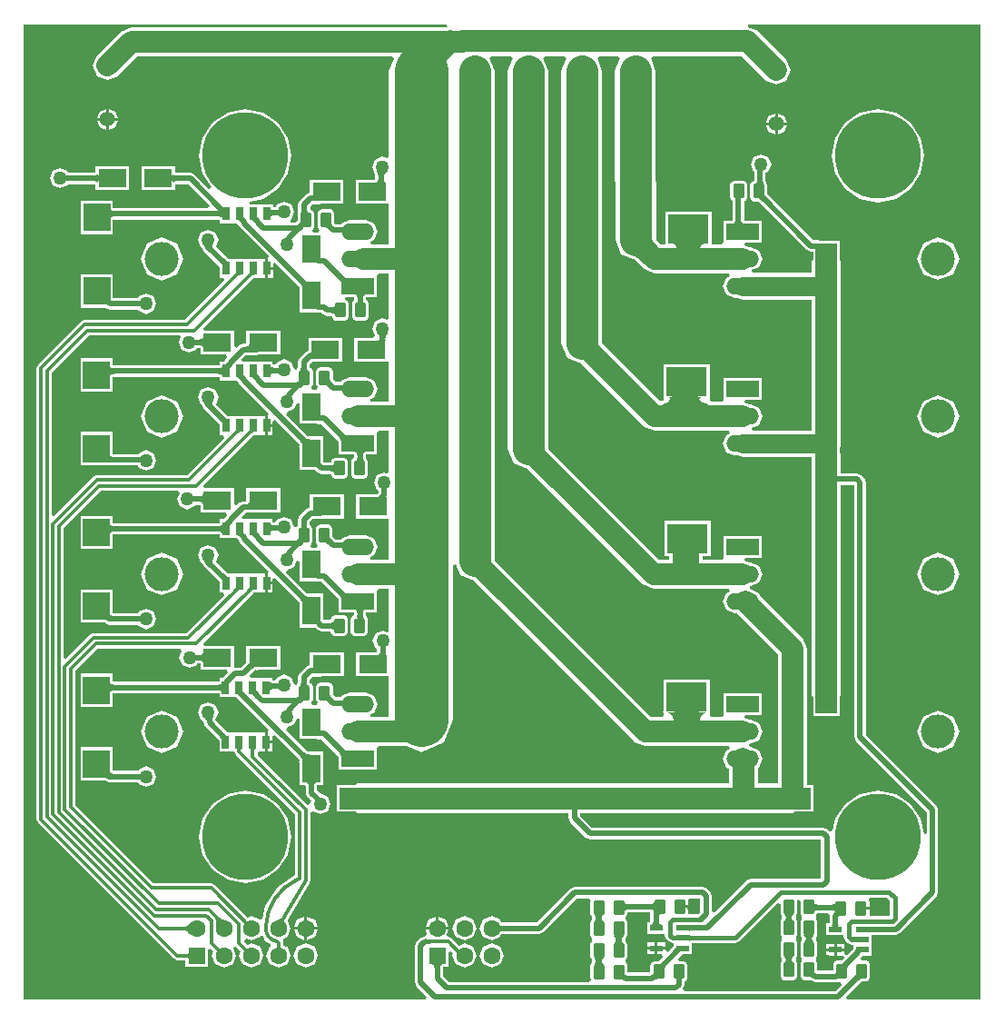
<source format=gtl>
G04*
G04 #@! TF.GenerationSoftware,Altium Limited,Altium Designer,20.0.13 (296)*
G04*
G04 Layer_Physical_Order=1*
G04 Layer_Color=255*
%FSLAX44Y44*%
%MOMM*%
G71*
G01*
G75*
%ADD15C,0.3000*%
%ADD37R,2.6500X1.7500*%
%ADD38R,3.8100X2.7940*%
G04:AMPARAMS|DCode=39|XSize=1mm|YSize=1.42mm|CornerRadius=0.125mm|HoleSize=0mm|Usage=FLASHONLY|Rotation=0.000|XOffset=0mm|YOffset=0mm|HoleType=Round|Shape=RoundedRectangle|*
%AMROUNDEDRECTD39*
21,1,1.0000,1.1700,0,0,0.0*
21,1,0.7500,1.4200,0,0,0.0*
1,1,0.2500,0.3750,-0.5850*
1,1,0.2500,-0.3750,-0.5850*
1,1,0.2500,-0.3750,0.5850*
1,1,0.2500,0.3750,0.5850*
%
%ADD39ROUNDEDRECTD39*%
%ADD40R,1.2100X0.5900*%
%ADD41R,3.4000X2.0000*%
%ADD42R,2.0000X3.4000*%
%ADD43R,1.7500X2.6500*%
%ADD44R,2.5000X2.6000*%
%ADD45R,0.6350X1.2700*%
%ADD46C,0.5000*%
%ADD47C,2.0000*%
%ADD48C,0.4000*%
%ADD49C,1.8000*%
%ADD50C,3.0000*%
%ADD51C,5.0000*%
%ADD52R,1.6050X1.6050*%
%ADD53C,1.6050*%
%ADD54R,3.0480X1.5240*%
%ADD55O,3.0480X1.5240*%
%ADD56C,3.1750*%
%ADD57R,2.1000X2.1000*%
%ADD58C,2.1000*%
%ADD59R,1.4000X1.4000*%
%ADD60C,1.4000*%
%ADD61C,1.2700*%
%ADD62C,8.0000*%
G36*
X896168Y3832D02*
X771513D01*
X770556Y6141D01*
X784670Y20255D01*
X785089Y20548D01*
X788850D01*
X791751Y21749D01*
X792952Y24650D01*
Y36350D01*
X791751Y39251D01*
X788850Y40452D01*
X785234D01*
X784277Y42762D01*
X785857Y44342D01*
X786134Y45010D01*
X794140D01*
Y54510D01*
Y63912D01*
X816823D01*
X820680Y65509D01*
X854857Y99686D01*
X856455Y103544D01*
Y180750D01*
X854857Y184607D01*
X788955Y250510D01*
Y485821D01*
X787357Y489678D01*
X784428Y492607D01*
X780571Y494205D01*
X765933D01*
Y512250D01*
X764900Y514744D01*
Y516756D01*
X765933Y519250D01*
Y557250D01*
Y602000D01*
Y647000D01*
Y669375D01*
Y691750D01*
X764900Y694244D01*
Y711290D01*
X745863D01*
X744860Y711705D01*
X740260D01*
X697245Y754720D01*
X696952Y755139D01*
Y763100D01*
X696458Y764293D01*
X696349Y765003D01*
X696156Y765320D01*
X696028Y765576D01*
X695905Y765878D01*
X695803Y766189D01*
X695630Y766940D01*
Y774192D01*
X698054Y775196D01*
X700872Y782000D01*
X698054Y788804D01*
X691250Y791622D01*
X684446Y788804D01*
X681628Y782000D01*
X684446Y775196D01*
X684720Y775082D01*
Y767100D01*
X684673Y766922D01*
X682449Y766001D01*
X681248Y763100D01*
Y751400D01*
X682449Y748499D01*
X685350Y747298D01*
X689111D01*
X689530Y747005D01*
X734143Y702393D01*
X738000Y700795D01*
X739820D01*
Y694244D01*
X738787Y691750D01*
Y681191D01*
X683377D01*
X682879Y683691D01*
X689236Y686324D01*
X692457Y694100D01*
X689236Y701876D01*
X681460Y705097D01*
X680059D01*
X675852Y706840D01*
X676349Y709340D01*
X691620D01*
Y729660D01*
X675547D01*
X675511Y729746D01*
X675455Y729957D01*
Y747838D01*
X677051Y748499D01*
X678252Y751400D01*
Y763100D01*
X677051Y766001D01*
X674150Y767202D01*
X666650D01*
X663749Y766001D01*
X662548Y763100D01*
Y751400D01*
X663749Y748499D01*
X664545Y748170D01*
Y729957D01*
X664489Y729746D01*
X664453Y729660D01*
X656060D01*
Y709983D01*
X655673Y708983D01*
X654250Y707673D01*
X645090D01*
Y738390D01*
X601910D01*
Y707673D01*
X597522D01*
X593235Y711960D01*
Y766050D01*
X593055Y766485D01*
Y836430D01*
X593055Y836430D01*
X592985Y836599D01*
Y869250D01*
X588236Y880717D01*
X589906Y883217D01*
X672838D01*
X695902Y860152D01*
X705500Y856177D01*
X715098Y860152D01*
X719073Y869750D01*
X715098Y879348D01*
X688058Y906388D01*
X678931Y910168D01*
X679428Y912668D01*
X896168D01*
Y3832D01*
D02*
G37*
G36*
X399171Y910168D02*
X398860Y909823D01*
X104000D01*
X94402Y905848D01*
X72152Y883598D01*
X68177Y874000D01*
X72152Y864402D01*
X81750Y860427D01*
X91348Y864402D01*
X109622Y882677D01*
X347503D01*
X348891Y880598D01*
X344191Y869250D01*
X344261Y869081D01*
Y789029D01*
X342182Y787640D01*
X338000Y789372D01*
X331196Y786554D01*
X328378Y779750D01*
X330397Y774874D01*
X330426Y774709D01*
X330541Y774528D01*
X331196Y772946D01*
X331243Y772926D01*
X331295Y772716D01*
Y768336D01*
X331239Y768127D01*
X331203Y768040D01*
X313210D01*
Y745460D01*
X344261D01*
Y707673D01*
X327499D01*
X327002Y710173D01*
X330456Y711604D01*
X333677Y719380D01*
X330456Y727156D01*
X322680Y730377D01*
X307440D01*
X299664Y727156D01*
X299345Y726385D01*
X294580D01*
X293452Y727513D01*
Y736100D01*
X292251Y739001D01*
X289350Y740202D01*
X281850D01*
X278949Y739001D01*
X277748Y736100D01*
Y724400D01*
X278949Y721499D01*
X279454Y721290D01*
X278957Y718790D01*
X273543D01*
X273046Y721290D01*
X273551Y721499D01*
X274752Y724400D01*
Y736100D01*
X273551Y739001D01*
X270808Y740137D01*
X270655Y741235D01*
X270662Y742697D01*
X273010Y745045D01*
X279750D01*
X280753Y745460D01*
X301790D01*
Y768040D01*
X270210D01*
Y755732D01*
X266893Y754357D01*
X261143Y748607D01*
X259545Y744750D01*
Y737859D01*
X259518Y737734D01*
X259472Y737586D01*
X259502Y737249D01*
X259498Y737187D01*
X259048Y736100D01*
Y730013D01*
X257240Y728205D01*
X252845D01*
X252357Y730657D01*
X253054Y730946D01*
X255872Y737750D01*
X253054Y744554D01*
X246250Y747373D01*
X239446Y744554D01*
X238577Y742455D01*
X236279D01*
X236076Y742510D01*
X235989Y742545D01*
X235965Y742589D01*
Y745140D01*
X224535D01*
X224535Y745140D01*
X223265D01*
Y745140D01*
X222035Y745140D01*
X214334D01*
X214088Y747640D01*
X226848Y750178D01*
X240920Y759580D01*
X250322Y773652D01*
X253623Y790250D01*
X250322Y806848D01*
X240920Y820920D01*
X226848Y830322D01*
X210250Y833623D01*
X193652Y830322D01*
X179580Y820920D01*
X170178Y806848D01*
X166877Y790250D01*
X170178Y773652D01*
X178594Y761056D01*
X176653Y759462D01*
X163008Y773107D01*
X159150Y774705D01*
X145211D01*
X145001Y774762D01*
X144915Y774797D01*
Y780540D01*
X113335D01*
Y757960D01*
X144915D01*
Y763703D01*
X145001Y763738D01*
X145211Y763795D01*
X156890D01*
X176670Y744015D01*
X175714Y741705D01*
X87086D01*
X86876Y741761D01*
X86790Y741797D01*
Y748290D01*
X56710D01*
Y717210D01*
X86790D01*
Y730703D01*
X86876Y730739D01*
X87086Y730795D01*
X186138D01*
X186348Y730739D01*
X186435Y730703D01*
Y727360D01*
X196635D01*
X198500Y727360D01*
X200365Y727360D01*
X202850D01*
X204470Y725740D01*
X205478Y723308D01*
X232135Y696650D01*
X231520Y695164D01*
Y686720D01*
X235965D01*
Y689554D01*
X238275Y690510D01*
X260128Y668657D01*
X260546Y668060D01*
X260710Y667774D01*
Y666507D01*
X260562Y666149D01*
X260649Y665937D01*
X260596Y665715D01*
X260710Y665529D01*
Y644210D01*
X277247D01*
X278250Y643795D01*
X281140D01*
X282543Y642393D01*
X286400Y640795D01*
X291040D01*
X291048Y640792D01*
Y640400D01*
X292249Y637499D01*
X295150Y636298D01*
X302650D01*
X305551Y637499D01*
X306752Y640400D01*
Y652100D01*
X305551Y655001D01*
X303331Y655920D01*
X303829Y658420D01*
X311911D01*
X311954Y658396D01*
X311990Y658309D01*
X312045Y658106D01*
Y655454D01*
X310949Y655001D01*
X309748Y652100D01*
Y640400D01*
X310949Y637499D01*
X313850Y636298D01*
X321350D01*
X324251Y637499D01*
X325452Y640400D01*
Y652100D01*
X324251Y655001D01*
X322955Y655537D01*
Y658106D01*
X323010Y658309D01*
X323046Y658396D01*
X323089Y658420D01*
X332840D01*
Y678027D01*
X332840Y678740D01*
X334562Y680527D01*
X344261D01*
Y638383D01*
X342182Y636994D01*
X338250Y638623D01*
X331446Y635804D01*
X328628Y629000D01*
X331096Y623040D01*
X329835Y620540D01*
X311960D01*
Y597960D01*
X343540D01*
X344261Y595759D01*
Y560776D01*
X327090D01*
X326592Y563276D01*
X330336Y564827D01*
X333557Y572603D01*
X330336Y580379D01*
X322560Y583600D01*
X307320D01*
X299544Y580379D01*
X299224Y579609D01*
X294460D01*
X292297Y581771D01*
X292087Y582057D01*
X291952Y582270D01*
Y589100D01*
X290751Y592001D01*
X287850Y593202D01*
X280350D01*
X277449Y592001D01*
X276248Y589100D01*
Y577400D01*
X277449Y574499D01*
X276918Y572013D01*
X272582D01*
X272051Y574499D01*
X273252Y577400D01*
Y589100D01*
X272051Y592001D01*
X270447Y592665D01*
X270403Y592780D01*
X270335Y593048D01*
Y595714D01*
X272582Y597960D01*
X300540D01*
Y620540D01*
X268960D01*
Y608633D01*
X267022Y607831D01*
X261022Y601831D01*
X259425Y597973D01*
Y592973D01*
X259343Y592654D01*
X259255Y592402D01*
X259184Y592252D01*
X259156Y592209D01*
X259055Y592127D01*
X258749Y592001D01*
X258062Y590342D01*
X255685Y591136D01*
X252934Y597777D01*
X246130Y600596D01*
X239326Y597777D01*
X238456Y595679D01*
X236159D01*
X235956Y595733D01*
X235869Y595769D01*
X235845Y595812D01*
Y598363D01*
X224415D01*
X224415Y598363D01*
X223145D01*
Y598363D01*
X221915Y598363D01*
X211715D01*
X211715Y598363D01*
X210445D01*
Y598363D01*
X209215Y598363D01*
X207949D01*
X206992Y600673D01*
X210587Y604268D01*
X220880D01*
X221882Y604683D01*
X242920D01*
Y627263D01*
X211340D01*
Y615272D01*
X211248Y615235D01*
X211039Y615179D01*
X208327D01*
X204470Y613581D01*
X202230Y611340D01*
X199920Y612297D01*
Y627263D01*
X171989D01*
X171032Y629573D01*
X217860Y676401D01*
X218087Y676560D01*
X218290D01*
X218648Y676412D01*
X218861Y676500D01*
X219085Y676447D01*
X219269Y676560D01*
X223900Y676560D01*
X225765Y676560D01*
X228980D01*
Y685450D01*
Y694340D01*
X223900Y694340D01*
X222035Y694340D01*
X213065D01*
X211835Y694340D01*
Y694340D01*
X210565D01*
Y694340D01*
X200365D01*
X199135Y694340D01*
Y694340D01*
X197865D01*
Y694340D01*
X194150D01*
X182766Y705724D01*
X185262Y711750D01*
X182444Y718554D01*
X175640Y721373D01*
X168836Y718554D01*
X166017Y711750D01*
X168836Y704946D01*
X170051Y704443D01*
X170114Y704362D01*
X171116Y701944D01*
X186435Y686625D01*
Y676560D01*
X189684D01*
X190641Y674250D01*
X153764Y637373D01*
X60665D01*
X60665Y637373D01*
X57573Y636092D01*
X57573Y636092D01*
X16658Y595177D01*
X15377Y592085D01*
X15377Y592085D01*
Y580835D01*
Y573250D01*
Y171826D01*
X15377Y171826D01*
X16658Y168734D01*
X143734Y41658D01*
X143734Y41658D01*
X146826Y40377D01*
X146826Y40377D01*
X154635D01*
Y34185D01*
X175765D01*
Y50134D01*
X178075Y51091D01*
X180703Y48463D01*
X179165Y44750D01*
X182514Y36664D01*
X190600Y33314D01*
X198686Y36664D01*
X202036Y44750D01*
X198844Y52456D01*
X200843Y53723D01*
X206103Y48463D01*
X204564Y44750D01*
X207914Y36664D01*
X216000Y33314D01*
X224086Y36664D01*
X227435Y44750D01*
X224086Y52836D01*
X216000Y56185D01*
X212287Y54647D01*
X209418Y57516D01*
X209516Y58694D01*
X212159Y60306D01*
X216000Y58714D01*
X224086Y62064D01*
X224452Y62947D01*
X226952D01*
X229074Y57824D01*
X233948Y55805D01*
Y53099D01*
X233314Y52836D01*
X229965Y44750D01*
X233314Y36664D01*
X241400Y33314D01*
X249486Y36664D01*
X252836Y44750D01*
X249486Y52836D01*
X245905Y54320D01*
X245773Y56629D01*
X245352Y57646D01*
X245660Y60356D01*
X246608Y60872D01*
X249486Y62064D01*
X252836Y70150D01*
X249665Y77804D01*
X250311Y78591D01*
X250414Y78928D01*
X250696Y79140D01*
X270304Y112292D01*
X270468Y113443D01*
X270913Y114518D01*
Y178463D01*
X273413Y179356D01*
X280000Y176628D01*
X286804Y179446D01*
X289622Y186250D01*
X286804Y193054D01*
X280301Y195748D01*
X277335Y198713D01*
Y203344D01*
X277391Y203554D01*
X277427Y203640D01*
X283170D01*
Y235220D01*
X270851D01*
X270665Y235334D01*
X270443Y235281D01*
X270231Y235368D01*
X269873Y235220D01*
X268606D01*
X268320Y235384D01*
X267724Y235801D01*
X248527Y254998D01*
X249497Y257563D01*
X255684Y260126D01*
X258090Y265934D01*
X260590Y265437D01*
Y246640D01*
X277127D01*
X278130Y246225D01*
X281390D01*
X296579Y231036D01*
X296996Y230440D01*
X297160Y230154D01*
Y228887D01*
X297012Y228528D01*
X297099Y228317D01*
X297046Y228095D01*
X297160Y227910D01*
Y217850D01*
X332720D01*
Y237337D01*
X332720Y238170D01*
X334530Y239837D01*
X361212D01*
X374070Y234511D01*
X395148Y243242D01*
X403879Y264320D01*
Y399500D01*
Y408959D01*
X406379Y409456D01*
X410575Y399325D01*
X423641Y393913D01*
X573742Y243812D01*
X583340Y239837D01*
X661690D01*
X662188Y237337D01*
X658444Y235786D01*
X655223Y228010D01*
X658444Y220234D01*
X661097Y219135D01*
Y205073D01*
X315280D01*
X312786Y204040D01*
X295740D01*
Y178960D01*
X312786D01*
X315280Y177927D01*
X511795D01*
Y173000D01*
X513392Y169143D01*
X527643Y154893D01*
X531500Y153295D01*
X747295D01*
Y116495D01*
X681540D01*
X677682Y114897D01*
X648095Y85310D01*
X645595Y86346D01*
Y100821D01*
X643997Y104678D01*
X641068Y107607D01*
X637211Y109205D01*
X517750D01*
X513893Y107607D01*
X481890Y75605D01*
X449226D01*
X448136Y78236D01*
X440050Y81586D01*
X431964Y78236D01*
X428615Y70150D01*
X431964Y62064D01*
X440050Y58714D01*
X448136Y62064D01*
X449226Y64695D01*
X484150D01*
X488007Y66293D01*
X520010Y98295D01*
X530914D01*
X532303Y96216D01*
X532048Y95600D01*
Y83900D01*
X532552Y82683D01*
X532545Y82659D01*
X532603Y82560D01*
X533249Y80999D01*
X533368Y80173D01*
Y79327D01*
X533249Y78501D01*
X532603Y76940D01*
X532545Y76841D01*
X532552Y76817D01*
X532048Y75600D01*
Y63900D01*
X533249Y60999D01*
X533249Y58501D01*
X532048Y55600D01*
Y43900D01*
X532552Y42683D01*
X532545Y42659D01*
X532603Y42560D01*
X533249Y40999D01*
X533368Y40173D01*
Y39327D01*
X533249Y38501D01*
X532603Y36940D01*
X532545Y36841D01*
X532552Y36817D01*
X532048Y35600D01*
Y23900D01*
X532439Y22955D01*
X530769Y20455D01*
X400260D01*
X394705Y26010D01*
Y33871D01*
X394760Y34074D01*
X394796Y34161D01*
X394839Y34185D01*
X399815D01*
Y48234D01*
X402125Y49191D01*
X404196Y47120D01*
X403214Y44750D01*
X406564Y36664D01*
X414650Y33314D01*
X422736Y36664D01*
X426086Y44750D01*
X422736Y52836D01*
X414650Y56185D01*
X409593Y54091D01*
X402842Y60842D01*
X399750Y62123D01*
X399429Y62395D01*
X398222Y64201D01*
X400159Y68880D01*
X378341D01*
X379844Y65251D01*
X378250Y63205D01*
X377043Y62705D01*
X376679D01*
X372822Y61107D01*
X369893Y58179D01*
X368295Y54321D01*
Y19750D01*
X369893Y15893D01*
X379644Y6141D01*
X378687Y3832D01*
X3832D01*
Y912668D01*
X398058D01*
X399171Y910168D01*
D02*
G37*
G36*
X341465Y774429D02*
X341044Y774122D01*
X340668Y773779D01*
X340336Y773399D01*
X340047Y772982D01*
X339804Y772529D01*
X339604Y772039D01*
X339449Y771513D01*
X339339Y770950D01*
X339272Y770350D01*
X339261Y770038D01*
X339275Y769514D01*
X339350Y768659D01*
X339475Y767904D01*
X339650Y767250D01*
X339875Y766697D01*
X340150Y766244D01*
X340475Y765892D01*
X340850Y765640D01*
X341275Y765489D01*
X341750Y765439D01*
X331750D01*
X332225Y765489D01*
X332650Y765640D01*
X333025Y765892D01*
X333350Y766244D01*
X333625Y766697D01*
X333850Y767250D01*
X334025Y767904D01*
X334150Y768659D01*
X334225Y769514D01*
X334250Y770470D01*
X335821D01*
X334250Y770816D01*
X334235Y771437D01*
X334115Y772624D01*
X334010Y773189D01*
X333875Y773735D01*
X333710Y774262D01*
X333515Y774770D01*
X333290Y775258D01*
X333034Y775728D01*
X332749Y776179D01*
X341465Y774429D01*
D02*
G37*
G36*
X142364Y773775D02*
X142515Y773350D01*
X142767Y772975D01*
X143119Y772650D01*
X143572Y772375D01*
X144125Y772150D01*
X144779Y771975D01*
X145534Y771850D01*
X146389Y771775D01*
X147345Y771750D01*
Y766750D01*
X146389Y766725D01*
X145534Y766650D01*
X144779Y766525D01*
X144125Y766350D01*
X143572Y766125D01*
X143119Y765850D01*
X142767Y765525D01*
X142515Y765150D01*
X142364Y764725D01*
X142314Y764250D01*
Y774250D01*
X142364Y773775D01*
D02*
G37*
G36*
X692688Y768604D02*
X692794Y767234D01*
X692887Y766603D01*
X693151Y765450D01*
X693324Y764927D01*
X693522Y764441D01*
X693747Y763990D01*
X693999Y763576D01*
X685181Y764279D01*
X685655Y764294D01*
X686079Y764418D01*
X686453Y764651D01*
X686777Y764994D01*
X687051Y765445D01*
X687276Y766007D01*
X687450Y766677D01*
X687575Y767457D01*
X687650Y768345D01*
X687675Y769343D01*
X692675D01*
X692688Y768604D01*
D02*
G37*
G36*
X693783Y756842D02*
X693645Y756384D01*
X693648Y755855D01*
X693792Y755255D01*
X694078Y754584D01*
X694505Y753841D01*
X695074Y753027D01*
X695784Y752141D01*
X697629Y750157D01*
X694093Y746621D01*
X693065Y747614D01*
X691223Y749176D01*
X690409Y749744D01*
X689666Y750172D01*
X688995Y750458D01*
X688395Y750602D01*
X687866Y750605D01*
X687409Y750467D01*
X687022Y750187D01*
X694063Y757228D01*
X693783Y756842D01*
D02*
G37*
G36*
X267525Y741346D02*
X267600Y740459D01*
X267725Y739681D01*
X267900Y739013D01*
X268125Y738455D01*
X268400Y738007D01*
X268725Y737669D01*
X269100Y737440D01*
X269525Y737322D01*
X270000Y737313D01*
X262001Y736576D01*
X262096Y736766D01*
X262181Y737037D01*
X262256Y737389D01*
X262320Y737823D01*
X262420Y738934D01*
X262495Y741211D01*
X262500Y742132D01*
X267500Y742343D01*
X267525Y741346D01*
D02*
G37*
G36*
X233444Y741525D02*
X233594Y741100D01*
X233845Y740725D01*
X234195Y740400D01*
X234645Y740125D01*
X235194Y739900D01*
X235844Y739725D01*
X236595Y739600D01*
X237444Y739525D01*
X238395Y739500D01*
Y734500D01*
X237444Y734475D01*
X236595Y734400D01*
X235844Y734275D01*
X235194Y734100D01*
X234645Y733875D01*
X234195Y733600D01*
X233845Y733275D01*
X233594Y732900D01*
X233444Y732475D01*
X233395Y732000D01*
Y742000D01*
X233444Y741525D01*
D02*
G37*
G36*
X189036Y731250D02*
X188986Y731725D01*
X188835Y732150D01*
X188583Y732525D01*
X188231Y732850D01*
X187778Y733125D01*
X187225Y733350D01*
X186571Y733525D01*
X185816Y733650D01*
X184961Y733725D01*
X184006Y733750D01*
Y738750D01*
X184961Y738775D01*
X185816Y738850D01*
X186571Y738975D01*
X187225Y739150D01*
X187778Y739375D01*
X188231Y739650D01*
X188583Y739975D01*
X188835Y740350D01*
X188986Y740775D01*
X189036Y741250D01*
Y731250D01*
D02*
G37*
G36*
X84239Y740775D02*
X84390Y740350D01*
X84642Y739975D01*
X84994Y739650D01*
X85447Y739375D01*
X86000Y739150D01*
X86654Y738975D01*
X87409Y738850D01*
X88264Y738775D01*
X89220Y738750D01*
Y733750D01*
X88264Y733725D01*
X87409Y733650D01*
X86654Y733525D01*
X86000Y733350D01*
X85447Y733125D01*
X84994Y732850D01*
X84642Y732525D01*
X84390Y732150D01*
X84239Y731725D01*
X84189Y731250D01*
Y741250D01*
X84239Y740775D01*
D02*
G37*
G36*
X672525Y731134D02*
X672600Y730278D01*
X672725Y729524D01*
X672900Y728870D01*
X673125Y728317D01*
X673400Y727864D01*
X673725Y727512D01*
X674100Y727260D01*
X674525Y727109D01*
X675000Y727059D01*
X665000D01*
X665475Y727109D01*
X665900Y727260D01*
X666275Y727512D01*
X666600Y727864D01*
X666875Y728317D01*
X667100Y728870D01*
X667275Y729524D01*
X667400Y730278D01*
X667475Y731134D01*
X667500Y732089D01*
X672500D01*
X672525Y731134D01*
D02*
G37*
G36*
X290477Y727292D02*
X290489Y727074D01*
X290598Y726783D01*
X290805Y726418D01*
X291108Y725981D01*
X291510Y725470D01*
X292604Y724230D01*
X294088Y722698D01*
X290093Y719621D01*
X289306Y720396D01*
X286843Y722567D01*
X286400Y722877D01*
X286025Y723094D01*
X285718Y723218D01*
X285481Y723249D01*
X285312Y723187D01*
X290563Y727438D01*
X290477Y727292D01*
D02*
G37*
G36*
X742391Y708719D02*
X742421Y701860D01*
X742375Y702219D01*
X742241Y702540D01*
X742020Y702824D01*
X741710Y703070D01*
X741311Y703277D01*
X740825Y703448D01*
X740251Y703580D01*
X739589Y703674D01*
X738838Y703731D01*
X738000Y703750D01*
Y708750D01*
X742391Y708719D01*
D02*
G37*
G36*
X179652Y706770D02*
X179494Y706485D01*
X179412Y706175D01*
X179409Y705840D01*
X179483Y705480D01*
X179634Y705094D01*
X179862Y704683D01*
X180168Y704247D01*
X180551Y703785D01*
X181012Y703298D01*
X176296Y700944D01*
X171749Y706732D01*
X179888Y707030D01*
X179652Y706770D01*
D02*
G37*
G36*
X636611Y707832D02*
X635958Y707416D01*
X635382Y706723D01*
X634883Y705752D01*
X634460Y704503D01*
X634114Y702977D01*
X633846Y701174D01*
X633654Y699093D01*
X633500Y694100D01*
X613500D01*
X613462Y696736D01*
X613154Y701174D01*
X612886Y702977D01*
X612540Y704503D01*
X612117Y705752D01*
X611618Y706723D01*
X611042Y707416D01*
X610389Y707832D01*
X609660Y707971D01*
X637341D01*
X636611Y707832D01*
D02*
G37*
G36*
X280750Y695196D02*
X280842Y695102D01*
X280994Y695020D01*
X281208Y694948D01*
X281482Y694888D01*
X281818Y694838D01*
X282672Y694772D01*
X283770Y694750D01*
Y689750D01*
X280720Y689781D01*
Y695301D01*
X280750Y695196D01*
D02*
G37*
G36*
X589283Y713150D02*
X589645Y712307D01*
X590186Y711342D01*
X590905Y710255D01*
X591803Y709046D01*
X594134Y706262D01*
X597180Y702990D01*
X598971Y701171D01*
X584829Y687029D01*
X583010Y688820D01*
X575745Y695095D01*
X574658Y695814D01*
X573693Y696355D01*
X572850Y696717D01*
X572129Y696901D01*
X589099Y713871D01*
X589283Y713150D01*
D02*
G37*
G36*
X218648Y679161D02*
X218417Y679328D01*
X218144Y679409D01*
X217827Y679406D01*
X217467Y679318D01*
X217065Y679146D01*
X216619Y678888D01*
X216130Y678546D01*
X215598Y678118D01*
X214405Y677009D01*
X212284Y679130D01*
X212881Y679748D01*
X213821Y680855D01*
X214163Y681344D01*
X214421Y681790D01*
X214593Y682193D01*
X214681Y682552D01*
X214684Y682869D01*
X214603Y683142D01*
X214436Y683373D01*
X218648Y679161D01*
D02*
G37*
G36*
X205948D02*
X205718Y679328D01*
X205444Y679409D01*
X205127Y679406D01*
X204767Y679318D01*
X204365Y679146D01*
X203919Y678888D01*
X203430Y678546D01*
X202898Y678118D01*
X201705Y677009D01*
X199584Y679130D01*
X200181Y679748D01*
X201121Y680855D01*
X201463Y681344D01*
X201721Y681790D01*
X201893Y682193D01*
X201981Y682552D01*
X201984Y682869D01*
X201903Y683142D01*
X201736Y683373D01*
X205948Y679161D01*
D02*
G37*
G36*
X300879Y678712D02*
X302721Y677150D01*
X303535Y676582D01*
X304277Y676154D01*
X304949Y675868D01*
X305549Y675724D01*
X306078Y675721D01*
X306535Y675859D01*
X306922Y676139D01*
X299881Y669099D01*
X300161Y669485D01*
X300299Y669942D01*
X300296Y670471D01*
X300152Y671071D01*
X299866Y671742D01*
X299438Y672485D01*
X298870Y673299D01*
X298160Y674185D01*
X296315Y676170D01*
X299851Y679705D01*
X300879Y678712D01*
D02*
G37*
G36*
X264308Y675762D02*
X266151Y674200D01*
X266965Y673632D01*
X267708Y673204D01*
X268379Y672918D01*
X268979Y672774D01*
X269508Y672771D01*
X269965Y672909D01*
X270352Y673189D01*
X263311Y666149D01*
X263591Y666535D01*
X263729Y666992D01*
X263726Y667521D01*
X263582Y668121D01*
X263296Y668792D01*
X262868Y669535D01*
X262300Y670349D01*
X261590Y671235D01*
X259745Y673220D01*
X263281Y676755D01*
X264308Y675762D01*
D02*
G37*
G36*
X322025Y660940D02*
X321600Y660790D01*
X321225Y660540D01*
X320900Y660191D01*
X320625Y659741D01*
X320400Y659191D01*
X320225Y658540D01*
X320100Y657791D01*
X320025Y656941D01*
X320000Y655991D01*
X315000D01*
X314975Y656941D01*
X314900Y657791D01*
X314775Y658540D01*
X314600Y659191D01*
X314375Y659741D01*
X314100Y660191D01*
X313775Y660540D01*
X313400Y660790D01*
X312975Y660940D01*
X312500Y660991D01*
X322500D01*
X322025Y660940D01*
D02*
G37*
G36*
X280746Y651896D02*
X280827Y651865D01*
X280961Y651838D01*
X281148Y651815D01*
X281684Y651779D01*
X283400Y651750D01*
Y646750D01*
X280720Y646780D01*
Y651930D01*
X280746Y651896D01*
D02*
G37*
G36*
X293937Y641250D02*
X293887Y641725D01*
X293736Y642150D01*
X293484Y642525D01*
X293132Y642850D01*
X292680Y643125D01*
X292126Y643350D01*
X291472Y643525D01*
X290718Y643650D01*
X289862Y643725D01*
X288907Y643750D01*
Y648750D01*
X289862Y648775D01*
X290718Y648850D01*
X291472Y648975D01*
X292126Y649150D01*
X292680Y649375D01*
X293132Y649650D01*
X293484Y649975D01*
X293736Y650350D01*
X293887Y650775D01*
X293937Y651250D01*
Y641250D01*
D02*
G37*
G36*
X342326Y624071D02*
X341995Y623651D01*
X341703Y623204D01*
X341450Y622732D01*
X341236Y622234D01*
X341061Y621710D01*
X340925Y621159D01*
X340849Y620710D01*
X340970Y617970D01*
X333250Y617939D01*
X333725Y617991D01*
X334150Y618143D01*
X334525Y618396D01*
X334850Y618749D01*
X335125Y619202D01*
X335350Y619755D01*
X335525Y620408D01*
X335613Y620936D01*
X335575Y621159D01*
X335439Y621710D01*
X335264Y622234D01*
X335050Y622732D01*
X334797Y623204D01*
X334505Y623651D01*
X334174Y624071D01*
X333805Y624465D01*
X342695D01*
X342326Y624071D01*
D02*
G37*
G36*
X170941Y611500D02*
X170891Y611975D01*
X170740Y612400D01*
X170488Y612775D01*
X170136Y613100D01*
X169683Y613375D01*
X169130Y613600D01*
X168476Y613775D01*
X167721Y613900D01*
X166866Y613975D01*
X165910Y614000D01*
Y619000D01*
X166866Y619025D01*
X167721Y619100D01*
X168476Y619225D01*
X169130Y619400D01*
X169683Y619625D01*
X170136Y619900D01*
X170488Y620225D01*
X170740Y620600D01*
X170891Y621025D01*
X170941Y621500D01*
Y611500D01*
D02*
G37*
G36*
X213911Y607254D02*
X213860Y607248D01*
X213710Y607243D01*
X208911Y607223D01*
Y612223D01*
X209864Y612248D01*
X210718Y612323D01*
X211472Y612448D01*
X212125Y612623D01*
X212678Y612848D01*
X213131Y613123D01*
X213484Y613448D01*
X213736Y613823D01*
X213889Y614248D01*
X213941Y614723D01*
X213911Y607254D01*
D02*
G37*
G36*
X150245Y621008D02*
X148378Y616500D01*
X151196Y609696D01*
X158000Y606878D01*
X164804Y609696D01*
X165363Y611045D01*
X168043D01*
X168253Y610989D01*
X168340Y610953D01*
Y604683D01*
X192306D01*
X193263Y602374D01*
X192383Y601494D01*
X191833Y600167D01*
X190030Y598363D01*
X186315D01*
Y595020D01*
X186229Y594985D01*
X186018Y594929D01*
X86966D01*
X86756Y594985D01*
X86670Y595020D01*
Y601513D01*
X56590D01*
Y570433D01*
X86670D01*
Y583927D01*
X86756Y583962D01*
X86966Y584018D01*
X186018D01*
X186229Y583962D01*
X186315Y583927D01*
Y580583D01*
X196515D01*
X197745Y580583D01*
Y580583D01*
X199015D01*
Y580583D01*
X202730D01*
X204350Y578964D01*
X205357Y576531D01*
X232015Y549873D01*
X231400Y548387D01*
Y539943D01*
X235845D01*
Y542777D01*
X238155Y543734D01*
X260009Y521880D01*
X260425Y521283D01*
X260590Y520997D01*
Y519730D01*
X260442Y519372D01*
X260529Y519161D01*
X260476Y518938D01*
X260590Y518753D01*
Y497433D01*
X275455D01*
X277746Y495143D01*
X281603Y493545D01*
X290290D01*
X290298Y493543D01*
Y493150D01*
X291499Y490249D01*
X294400Y489048D01*
X301900D01*
X304801Y490249D01*
X306002Y493150D01*
Y504850D01*
X304801Y507751D01*
X301900Y508952D01*
X294400D01*
X291499Y507751D01*
X290298Y504850D01*
Y504457D01*
X290290Y504455D01*
X283863D01*
X283170Y505148D01*
Y529013D01*
X270851D01*
X270665Y529127D01*
X270443Y529074D01*
X270231Y529162D01*
X269873Y529013D01*
X268606D01*
X268320Y529178D01*
X267724Y529595D01*
X248527Y548791D01*
X249497Y551357D01*
X255684Y553919D01*
X258090Y559728D01*
X260590Y559230D01*
Y540433D01*
X277127D01*
X278130Y540018D01*
X281390D01*
X296579Y524830D01*
X296996Y524233D01*
X297160Y523947D01*
Y522680D01*
X297012Y522322D01*
X297099Y522111D01*
X297046Y521888D01*
X297160Y521703D01*
Y511643D01*
X311791D01*
X311835Y511620D01*
X311870Y511533D01*
X311925Y511330D01*
Y508801D01*
X311857Y508534D01*
X311813Y508419D01*
X310199Y507751D01*
X308998Y504850D01*
Y493150D01*
X310199Y490249D01*
X313100Y489048D01*
X320600D01*
X323501Y490249D01*
X324702Y493150D01*
Y504850D01*
X323501Y507751D01*
X323195Y507877D01*
X323100Y507955D01*
X323074Y507995D01*
X323003Y508144D01*
X322915Y508396D01*
X322835Y508713D01*
Y511330D01*
X322890Y511533D01*
X322925Y511620D01*
X322969Y511643D01*
X332720D01*
Y531130D01*
X332720Y531963D01*
X334530Y533630D01*
X344261D01*
Y495754D01*
X342182Y494365D01*
X339750Y495373D01*
X332946Y492554D01*
X330127Y485750D01*
X332946Y478946D01*
X334295Y478387D01*
Y475956D01*
X332955Y474617D01*
X313590D01*
Y452037D01*
X344261D01*
Y413880D01*
X327090D01*
X326592Y416380D01*
X330336Y417930D01*
X333557Y425707D01*
X330336Y433483D01*
X322560Y436704D01*
X307320D01*
X299544Y433483D01*
X299224Y432712D01*
X294460D01*
X292107Y435065D01*
X291781Y435524D01*
X291702Y435656D01*
Y442350D01*
X290501Y445251D01*
X287600Y446452D01*
X280100D01*
X277199Y445251D01*
X275998Y442350D01*
Y430650D01*
X277199Y427749D01*
X277519Y427617D01*
X277022Y425117D01*
X271978D01*
X271481Y427617D01*
X271801Y427749D01*
X273002Y430650D01*
Y442350D01*
X271801Y445251D01*
X270335Y445858D01*
Y448817D01*
X273140Y451621D01*
X280130D01*
X281133Y452037D01*
X302170D01*
Y474617D01*
X270590D01*
Y462412D01*
X267022Y460934D01*
X261022Y454934D01*
X259425Y451077D01*
Y446068D01*
X258556Y445274D01*
X258499Y445251D01*
X258480Y445205D01*
X257839Y444619D01*
X255319Y445122D01*
X252934Y450881D01*
X246130Y453699D01*
X239326Y450881D01*
X238456Y448782D01*
X236159D01*
X235956Y448837D01*
X235869Y448872D01*
X235845Y448916D01*
Y451467D01*
X224415D01*
X224415Y451467D01*
X223145D01*
Y451467D01*
X221915Y451467D01*
X211715D01*
X211715Y451467D01*
X210445D01*
Y451467D01*
X209215Y451467D01*
X207949D01*
X206992Y453776D01*
X210587Y457371D01*
X220880D01*
X221882Y457787D01*
X242920D01*
Y480367D01*
X211340D01*
Y468375D01*
X211248Y468338D01*
X211039Y468282D01*
X208327D01*
X204470Y466684D01*
X202230Y464444D01*
X199920Y465401D01*
Y480367D01*
X171749D01*
X170792Y482676D01*
X217740Y529624D01*
X217967Y529783D01*
X218170D01*
X218528Y529635D01*
X218741Y529723D01*
X218965Y529670D01*
X219149Y529783D01*
X223145D01*
Y529783D01*
X224415D01*
Y529783D01*
X228860D01*
Y538673D01*
Y547563D01*
X224415D01*
Y547563D01*
X223145D01*
Y547563D01*
X212945D01*
X211715Y547563D01*
Y547563D01*
X210445D01*
Y547563D01*
X200245D01*
X199015Y547563D01*
Y547563D01*
X197745D01*
Y547563D01*
X194030D01*
X182646Y558947D01*
X185142Y564973D01*
X182324Y571777D01*
X175520Y574596D01*
X168716Y571777D01*
X165898Y564973D01*
X168716Y558169D01*
X169931Y557666D01*
X169995Y557585D01*
X170996Y555168D01*
X186315Y539849D01*
Y529783D01*
X189564D01*
X190521Y527474D01*
X155670Y492623D01*
X71915D01*
X71915Y492623D01*
X68823Y491342D01*
X68823Y491342D01*
X31972Y454492D01*
X29663Y455448D01*
Y587979D01*
X64771Y623087D01*
X148856D01*
X150245Y621008D01*
D02*
G37*
G36*
X267405Y594335D02*
X267479Y593433D01*
X267603Y592637D01*
X267777Y591948D01*
X268001Y591366D01*
X268274Y590890D01*
X268597Y590521D01*
X268969Y590259D01*
X269391Y590103D01*
X269863Y590054D01*
X260771Y589979D01*
X261077Y590226D01*
X261350Y590538D01*
X261591Y590914D01*
X261801Y591354D01*
X261978Y591858D01*
X262122Y592426D01*
X262235Y593059D01*
X262316Y593756D01*
X262380Y595343D01*
X267380D01*
X267405Y594335D01*
D02*
G37*
G36*
X233325Y594748D02*
X233475Y594323D01*
X233724Y593948D01*
X234074Y593623D01*
X234524Y593348D01*
X235075Y593123D01*
X235725Y592948D01*
X236474Y592823D01*
X237325Y592748D01*
X238274Y592723D01*
Y587723D01*
X237325Y587698D01*
X236474Y587623D01*
X235725Y587498D01*
X235075Y587323D01*
X234524Y587098D01*
X234074Y586823D01*
X233724Y586498D01*
X233475Y586123D01*
X233325Y585698D01*
X233274Y585223D01*
Y595223D01*
X233325Y594748D01*
D02*
G37*
G36*
X188916Y584473D02*
X188866Y584948D01*
X188715Y585373D01*
X188463Y585748D01*
X188111Y586073D01*
X187658Y586348D01*
X187105Y586573D01*
X186451Y586748D01*
X185696Y586873D01*
X184841Y586948D01*
X183885Y586973D01*
Y591973D01*
X184841Y591998D01*
X185696Y592073D01*
X186451Y592198D01*
X187105Y592373D01*
X187658Y592598D01*
X188111Y592873D01*
X188463Y593198D01*
X188715Y593573D01*
X188866Y593998D01*
X188916Y594473D01*
Y584473D01*
D02*
G37*
G36*
X84119Y593998D02*
X84270Y593573D01*
X84522Y593198D01*
X84874Y592873D01*
X85327Y592598D01*
X85880Y592373D01*
X86534Y592198D01*
X87289Y592073D01*
X88144Y591998D01*
X89100Y591973D01*
Y586973D01*
X88144Y586948D01*
X87289Y586873D01*
X86534Y586748D01*
X85880Y586573D01*
X85327Y586348D01*
X84874Y586073D01*
X84522Y585748D01*
X84270Y585373D01*
X84119Y584948D01*
X84069Y584473D01*
Y594473D01*
X84119Y593998D01*
D02*
G37*
G36*
X539212Y615133D02*
X539848Y614349D01*
X542391Y611564D01*
X560190Y593452D01*
X546048Y579310D01*
X523991Y600500D01*
X539000Y615509D01*
X539212Y615133D01*
D02*
G37*
G36*
X288899Y583172D02*
X288851Y582762D01*
X288918Y582290D01*
X289102Y581757D01*
X289400Y581162D01*
X289815Y580505D01*
X290345Y579786D01*
X290991Y579006D01*
X292629Y577260D01*
X290197Y572621D01*
X289207Y573584D01*
X286723Y575664D01*
X286056Y576088D01*
X285471Y576377D01*
X284966Y576532D01*
X284542Y576552D01*
X284199Y576437D01*
X283937Y576187D01*
X289063Y583520D01*
X288899Y583172D01*
D02*
G37*
G36*
X179532Y559994D02*
X179373Y559709D01*
X179293Y559399D01*
X179289Y559063D01*
X179363Y558703D01*
X179514Y558317D01*
X179742Y557906D01*
X180048Y557470D01*
X180431Y557008D01*
X180892Y556522D01*
X176175Y554167D01*
X171628Y559955D01*
X179768Y560253D01*
X179532Y559994D01*
D02*
G37*
G36*
X280630Y548419D02*
X280721Y548326D01*
X280874Y548243D01*
X281088Y548172D01*
X281362Y548111D01*
X281698Y548061D01*
X282552Y547995D01*
X283650Y547973D01*
Y542973D01*
X280599Y543004D01*
Y548524D01*
X280630Y548419D01*
D02*
G37*
G36*
X630200Y573403D02*
X630800Y570003D01*
X631800Y567003D01*
X632528Y565651D01*
X638422Y565656D01*
X636822Y565470D01*
X635390Y564916D01*
X634127Y563992D01*
X633826Y563638D01*
X635000Y562203D01*
X637200Y560403D01*
X639800Y559003D01*
X642800Y558003D01*
X646200Y557403D01*
X650000Y557203D01*
X620000Y537203D01*
X592297Y557203D01*
X595660Y557403D01*
X598670Y558003D01*
X601325Y559003D01*
X603627Y560403D01*
X605574Y562203D01*
X606704Y563764D01*
X606560Y563968D01*
X605508Y564889D01*
X604314Y565441D01*
X602980Y565625D01*
X607752Y565630D01*
X608407Y567003D01*
X609292Y570003D01*
X609823Y573403D01*
X610000Y577203D01*
X630000D01*
X630200Y573403D01*
D02*
G37*
G36*
X559765Y880717D02*
X555015Y869250D01*
Y836500D01*
X555085Y836331D01*
Y766230D01*
X555265Y765796D01*
Y711750D01*
X560825Y698326D01*
X573891Y692914D01*
X582302Y684502D01*
X591900Y680527D01*
X655165D01*
X656355Y681020D01*
X657545Y680527D01*
X661690D01*
X662188Y678027D01*
X658444Y676476D01*
X655223Y668700D01*
X658444Y660924D01*
X666220Y657703D01*
X670234D01*
X673840Y656209D01*
X738787D01*
Y647000D01*
Y602000D01*
Y557250D01*
Y534294D01*
X683377D01*
X682879Y536794D01*
X689236Y539427D01*
X692457Y547203D01*
X689236Y554980D01*
X681460Y558200D01*
X680059D01*
X675852Y559943D01*
X676349Y562443D01*
X691620D01*
Y582763D01*
X656060D01*
Y563276D01*
X656060Y562443D01*
X654250Y560776D01*
X644125D01*
X643590Y563055D01*
X643590D01*
Y596075D01*
X600410D01*
Y566263D01*
X600257Y566002D01*
X600308Y565808D01*
X600231Y565623D01*
X600410Y565192D01*
Y563055D01*
X599831Y562196D01*
X596881Y561814D01*
X542985Y615710D01*
Y869250D01*
X538235Y880717D01*
X539906Y883217D01*
X558094D01*
X559765Y880717D01*
D02*
G37*
G36*
X218528Y532384D02*
X218298Y532551D01*
X218024Y532633D01*
X217707Y532630D01*
X217348Y532542D01*
X216945Y532369D01*
X216499Y532112D01*
X216010Y531769D01*
X215478Y531342D01*
X214285Y530233D01*
X212164Y532354D01*
X212761Y532972D01*
X213701Y534078D01*
X214043Y534567D01*
X214301Y535013D01*
X214473Y535416D01*
X214561Y535775D01*
X214564Y536092D01*
X214483Y536366D01*
X214316Y536596D01*
X218528Y532384D01*
D02*
G37*
G36*
X205828D02*
X205597Y532551D01*
X205324Y532633D01*
X205007Y532630D01*
X204648Y532542D01*
X204245Y532369D01*
X203799Y532112D01*
X203310Y531769D01*
X202778Y531342D01*
X201585Y530233D01*
X199464Y532354D01*
X200061Y532972D01*
X201001Y534078D01*
X201343Y534567D01*
X201601Y535013D01*
X201773Y535416D01*
X201861Y535775D01*
X201864Y536092D01*
X201783Y536366D01*
X201616Y536596D01*
X205828Y532384D01*
D02*
G37*
G36*
X300758Y531935D02*
X302601Y530374D01*
X303415Y529805D01*
X304158Y529378D01*
X304829Y529092D01*
X305429Y528947D01*
X305958Y528944D01*
X306415Y529083D01*
X306801Y529362D01*
X299761Y522322D01*
X300041Y522708D01*
X300179Y523166D01*
X300176Y523694D01*
X300032Y524294D01*
X299746Y524966D01*
X299318Y525709D01*
X298750Y526523D01*
X298039Y527408D01*
X296195Y529393D01*
X299730Y532928D01*
X300758Y531935D01*
D02*
G37*
G36*
X264188Y528985D02*
X266031Y527424D01*
X266845Y526855D01*
X267588Y526428D01*
X268259Y526142D01*
X268859Y525997D01*
X269388Y525994D01*
X269845Y526133D01*
X270231Y526412D01*
X263191Y519372D01*
X263471Y519758D01*
X263609Y520215D01*
X263606Y520744D01*
X263462Y521344D01*
X263176Y522016D01*
X262748Y522759D01*
X262180Y523573D01*
X261469Y524458D01*
X259625Y526443D01*
X263160Y529978D01*
X264188Y528985D01*
D02*
G37*
G36*
X321905Y514164D02*
X321480Y514014D01*
X321105Y513764D01*
X320780Y513414D01*
X320505Y512964D01*
X320280Y512414D01*
X320105Y511764D01*
X319980Y511014D01*
X319905Y510164D01*
X320024Y508806D01*
X320136Y508173D01*
X320280Y507605D01*
X320456Y507100D01*
X320664Y506661D01*
X320904Y506286D01*
X321175Y505975D01*
X321479Y505729D01*
X312397Y505810D01*
X312869Y505859D01*
X313291Y506015D01*
X313663Y506277D01*
X313986Y506645D01*
X314259Y507120D01*
X314483Y507701D01*
X314657Y508390D01*
X314781Y509184D01*
X314855Y510086D01*
X314856Y510123D01*
X314855Y510164D01*
X314780Y511014D01*
X314655Y511764D01*
X314480Y512414D01*
X314255Y512964D01*
X313980Y513414D01*
X313655Y513764D01*
X313280Y514014D01*
X312855Y514164D01*
X312380Y514214D01*
X322380D01*
X321905Y514164D01*
D02*
G37*
G36*
X293187Y494000D02*
X293137Y494475D01*
X292986Y494900D01*
X292734Y495275D01*
X292382Y495600D01*
X291929Y495875D01*
X291376Y496100D01*
X290722Y496275D01*
X289968Y496400D01*
X289112Y496475D01*
X288157Y496500D01*
Y501500D01*
X289112Y501525D01*
X289968Y501600D01*
X290722Y501725D01*
X291376Y501900D01*
X291929Y502125D01*
X292382Y502400D01*
X292734Y502725D01*
X292986Y503100D01*
X293137Y503525D01*
X293187Y504000D01*
Y494000D01*
D02*
G37*
G36*
X489212Y516655D02*
X489848Y515872D01*
X492391Y513086D01*
X510190Y494975D01*
X496048Y480832D01*
X473991Y502022D01*
X489000Y517032D01*
X489212Y516655D01*
D02*
G37*
G36*
X341432Y472015D02*
X341400Y472016D01*
X334799D01*
X334783Y472050D01*
X334841Y472154D01*
X334974Y472326D01*
X335181Y472567D01*
X337330Y474809D01*
X337982Y475465D01*
X341432Y472015D01*
D02*
G37*
G36*
X341438Y472015D02*
X341470Y472012D01*
X341497Y472008D01*
X341517Y472002D01*
X341532Y471994D01*
X341541Y471984D01*
X341544Y471973D01*
X341541Y471960D01*
X341532Y471945D01*
X341518Y471929D01*
X341432Y472015D01*
X341438Y472015D01*
D02*
G37*
G36*
X170941Y465250D02*
X170891Y465725D01*
X170740Y466150D01*
X170488Y466525D01*
X170136Y466850D01*
X169683Y467125D01*
X169130Y467350D01*
X168476Y467525D01*
X167721Y467650D01*
X166866Y467725D01*
X165910Y467750D01*
Y472750D01*
X166866Y472775D01*
X167721Y472850D01*
X168476Y472975D01*
X169130Y473150D01*
X169683Y473375D01*
X170136Y473650D01*
X170488Y473975D01*
X170740Y474350D01*
X170891Y474775D01*
X170941Y475250D01*
Y465250D01*
D02*
G37*
G36*
X213911Y460357D02*
X213860Y460351D01*
X213710Y460346D01*
X208911Y460327D01*
Y465327D01*
X209864Y465352D01*
X210718Y465427D01*
X211472Y465552D01*
X212125Y465727D01*
X212678Y465952D01*
X213131Y466227D01*
X213484Y466552D01*
X213736Y466927D01*
X213889Y467352D01*
X213941Y467827D01*
X213911Y460357D01*
D02*
G37*
G36*
X148942Y475837D02*
X146628Y470250D01*
X149446Y463446D01*
X156250Y460628D01*
X163054Y463446D01*
X163613Y464795D01*
X168043D01*
X168253Y464739D01*
X168340Y464703D01*
Y457787D01*
X192306D01*
X193263Y455477D01*
X192383Y454597D01*
X191833Y453270D01*
X190030Y451467D01*
X186315D01*
Y448123D01*
X186229Y448088D01*
X186018Y448032D01*
X86966D01*
X86756Y448088D01*
X86670Y448123D01*
Y454617D01*
X56590D01*
Y423537D01*
X86670D01*
Y437030D01*
X86756Y437065D01*
X86966Y437121D01*
X186018D01*
X186229Y437065D01*
X186315Y437030D01*
Y433687D01*
X196515D01*
X197745Y433687D01*
Y433687D01*
X199015D01*
Y433687D01*
X202730D01*
X204350Y432067D01*
X205357Y429634D01*
X232015Y402976D01*
X231400Y401491D01*
Y393047D01*
X235845D01*
Y395880D01*
X238155Y396837D01*
X260009Y374983D01*
X260425Y374386D01*
X260590Y374100D01*
Y372833D01*
X260442Y372475D01*
X260529Y372264D01*
X260476Y372042D01*
X260590Y371856D01*
Y350537D01*
X275455D01*
X277599Y348392D01*
X281457Y346795D01*
X290040D01*
X290048Y346792D01*
Y346400D01*
X291249Y343499D01*
X294150Y342298D01*
X301650D01*
X304551Y343499D01*
X305752Y346400D01*
Y358100D01*
X304551Y361001D01*
X301650Y362202D01*
X294150D01*
X291249Y361001D01*
X290048Y358100D01*
Y357707D01*
X290040Y357705D01*
X283716D01*
X283170Y358252D01*
Y382117D01*
X270851D01*
X270665Y382231D01*
X270443Y382178D01*
X270231Y382265D01*
X269873Y382117D01*
X268606D01*
X268320Y382281D01*
X267724Y382698D01*
X248527Y401894D01*
X249497Y404460D01*
X255684Y407023D01*
X258090Y412831D01*
X260590Y412334D01*
Y393537D01*
X277127D01*
X278130Y393121D01*
X281390D01*
X296579Y377933D01*
X296996Y377336D01*
X297160Y377051D01*
Y375783D01*
X297012Y375425D01*
X297099Y375214D01*
X297046Y374992D01*
X297160Y374806D01*
Y364747D01*
X311791D01*
X311835Y364723D01*
X311870Y364636D01*
X311925Y364433D01*
Y362125D01*
X311863Y361889D01*
X311822Y361786D01*
X311725Y361736D01*
X309949Y361001D01*
X308748Y358100D01*
Y346400D01*
X309949Y343499D01*
X312850Y342298D01*
X320350D01*
X323251Y343499D01*
X324452Y346400D01*
Y358100D01*
X323251Y361001D01*
X322994Y361107D01*
X322963Y361183D01*
X322884Y361448D01*
X322835Y361678D01*
Y364433D01*
X322890Y364636D01*
X322925Y364723D01*
X322969Y364747D01*
X332720D01*
Y384233D01*
X332720Y385067D01*
X334530Y386734D01*
X344261D01*
Y347486D01*
X342182Y346097D01*
X338500Y347622D01*
X331696Y344804D01*
X328877Y338000D01*
X331696Y331196D01*
X333045Y330637D01*
Y327810D01*
X332955Y327720D01*
X313590D01*
Y305140D01*
X344261D01*
Y266983D01*
X327090D01*
X326592Y269483D01*
X330336Y271034D01*
X333557Y278810D01*
X330336Y286586D01*
X322560Y289807D01*
X307320D01*
X299544Y286586D01*
X299224Y285815D01*
X294460D01*
X292295Y287980D01*
X292080Y288272D01*
X291952Y288475D01*
Y295350D01*
X290751Y298251D01*
X287850Y299452D01*
X280350D01*
X277449Y298251D01*
X276248Y295350D01*
Y283650D01*
X277449Y280749D01*
X277520Y280720D01*
X277023Y278220D01*
X272477D01*
X271980Y280720D01*
X272051Y280749D01*
X273252Y283650D01*
Y295350D01*
X272051Y298251D01*
X270447Y298915D01*
X270403Y299030D01*
X270335Y299298D01*
Y301920D01*
X273140Y304725D01*
X280130D01*
X281133Y305140D01*
X302170D01*
Y327720D01*
X270590D01*
Y315515D01*
X267022Y314037D01*
X261022Y308037D01*
X259425Y304180D01*
Y299223D01*
X259343Y298904D01*
X259255Y298652D01*
X259184Y298503D01*
X259156Y298459D01*
X259055Y298377D01*
X258749Y298251D01*
X258062Y296592D01*
X255676Y297364D01*
X252934Y303984D01*
X246130Y306803D01*
X239326Y303984D01*
X238264Y301420D01*
X235929D01*
X235726Y301475D01*
X235639Y301511D01*
X235615Y301554D01*
Y303640D01*
X233224D01*
X233044Y303714D01*
X232903Y303656D01*
X232757Y303699D01*
X232648Y303640D01*
X224185D01*
X224185Y303640D01*
X222915D01*
Y303640D01*
X221685Y303640D01*
X215340D01*
X214305Y306140D01*
X218473Y310308D01*
X219070Y310726D01*
X219356Y310890D01*
X220623D01*
X220982Y310742D01*
X221193Y310829D01*
X221415Y310776D01*
X221600Y310890D01*
X242920D01*
Y333470D01*
X211340D01*
Y321151D01*
X211226Y320965D01*
X211279Y320743D01*
X211192Y320532D01*
X211340Y320173D01*
Y318906D01*
X211175Y318620D01*
X210759Y318024D01*
X205844Y313109D01*
X200751D01*
X199920Y313664D01*
Y333470D01*
X171749D01*
X170792Y335780D01*
X217740Y382727D01*
X217967Y382887D01*
X218170D01*
X218528Y382738D01*
X218741Y382826D01*
X218965Y382773D01*
X219149Y382887D01*
X223145D01*
Y382887D01*
X224415D01*
Y382887D01*
X228860D01*
Y391777D01*
Y400667D01*
X224415D01*
Y400667D01*
X223145D01*
Y400667D01*
X212945D01*
X211715Y400667D01*
Y400667D01*
X210445D01*
Y400667D01*
X200245D01*
X199015Y400667D01*
Y400667D01*
X197745D01*
Y400667D01*
X194030D01*
X182646Y412050D01*
X185142Y418077D01*
X182324Y424881D01*
X175520Y427699D01*
X168716Y424881D01*
X165898Y418077D01*
X168716Y411273D01*
X169931Y410769D01*
X169995Y410688D01*
X170996Y408271D01*
X186315Y392952D01*
Y382887D01*
X189564D01*
X190521Y380577D01*
X155317Y345373D01*
X68665D01*
X68665Y345373D01*
X65573Y344092D01*
X65573Y344092D01*
X43053Y321572D01*
X40743Y322528D01*
Y443059D01*
X76021Y478337D01*
X147463D01*
X148942Y475837D01*
D02*
G37*
G36*
X233325Y447852D02*
X233475Y447427D01*
X233724Y447052D01*
X234074Y446727D01*
X234524Y446452D01*
X235075Y446227D01*
X235725Y446052D01*
X236474Y445927D01*
X237325Y445852D01*
X238274Y445827D01*
Y440827D01*
X237325Y440802D01*
X236474Y440727D01*
X235725Y440602D01*
X235075Y440427D01*
X234524Y440202D01*
X234074Y439927D01*
X233724Y439602D01*
X233475Y439227D01*
X233325Y438802D01*
X233274Y438327D01*
Y448327D01*
X233325Y447852D01*
D02*
G37*
G36*
X188916Y437577D02*
X188866Y438052D01*
X188715Y438477D01*
X188463Y438852D01*
X188111Y439177D01*
X187658Y439452D01*
X187105Y439677D01*
X186451Y439852D01*
X185696Y439977D01*
X184841Y440052D01*
X183885Y440077D01*
Y445077D01*
X184841Y445102D01*
X185696Y445177D01*
X186451Y445302D01*
X187105Y445477D01*
X187658Y445702D01*
X188111Y445977D01*
X188463Y446302D01*
X188715Y446677D01*
X188866Y447102D01*
X188916Y447577D01*
Y437577D01*
D02*
G37*
G36*
X84119Y447102D02*
X84270Y446677D01*
X84522Y446302D01*
X84874Y445977D01*
X85327Y445702D01*
X85880Y445477D01*
X86534Y445302D01*
X87289Y445177D01*
X88144Y445102D01*
X89100Y445077D01*
Y440077D01*
X88144Y440052D01*
X87289Y439977D01*
X86534Y439852D01*
X85880Y439677D01*
X85327Y439452D01*
X84874Y439177D01*
X84522Y438852D01*
X84270Y438477D01*
X84119Y438052D01*
X84069Y437577D01*
Y447577D01*
X84119Y447102D01*
D02*
G37*
G36*
X266781Y429437D02*
X266403Y429725D01*
X265927Y429845D01*
X265353Y429797D01*
X264680Y429579D01*
X263909Y429193D01*
X263039Y428639D01*
X262070Y427916D01*
X261003Y427024D01*
X258574Y424735D01*
X255039Y428271D01*
X256312Y429580D01*
X259121Y432915D01*
X259721Y433829D01*
X260151Y434645D01*
X260413Y435363D01*
X260506Y435982D01*
X260431Y436502D01*
X260187Y436924D01*
X266781Y429437D01*
D02*
G37*
G36*
X288615Y436936D02*
X288541Y436473D01*
X288590Y435950D01*
X288762Y435368D01*
X289057Y434725D01*
X289475Y434023D01*
X290016Y433260D01*
X290681Y432438D01*
X292379Y430613D01*
X290050Y425871D01*
X289005Y426884D01*
X287164Y428473D01*
X286367Y429048D01*
X285653Y429478D01*
X285022Y429761D01*
X284474Y429899D01*
X284008Y429891D01*
X283625Y429737D01*
X283325Y429437D01*
X288813Y437339D01*
X288615Y436936D01*
D02*
G37*
G36*
X179532Y413097D02*
X179373Y412812D01*
X179293Y412502D01*
X179289Y412167D01*
X179363Y411806D01*
X179514Y411421D01*
X179742Y411009D01*
X180048Y410573D01*
X180431Y410112D01*
X180892Y409625D01*
X176175Y407271D01*
X171628Y413059D01*
X179768Y413357D01*
X179532Y413097D01*
D02*
G37*
G36*
X280630Y401523D02*
X280721Y401429D01*
X280874Y401346D01*
X281088Y401275D01*
X281362Y401214D01*
X281698Y401165D01*
X282552Y401099D01*
X283650Y401077D01*
Y396077D01*
X280599Y396107D01*
Y401627D01*
X280630Y401523D01*
D02*
G37*
G36*
X218528Y385488D02*
X218298Y385654D01*
X218024Y385736D01*
X217707Y385733D01*
X217348Y385645D01*
X216945Y385472D01*
X216499Y385215D01*
X216010Y384872D01*
X215478Y384445D01*
X214285Y383336D01*
X212164Y385457D01*
X212761Y386075D01*
X213701Y387182D01*
X214043Y387671D01*
X214301Y388116D01*
X214473Y388519D01*
X214561Y388879D01*
X214564Y389196D01*
X214483Y389469D01*
X214316Y389700D01*
X218528Y385488D01*
D02*
G37*
G36*
X205828D02*
X205597Y385654D01*
X205324Y385736D01*
X205007Y385733D01*
X204648Y385645D01*
X204245Y385472D01*
X203799Y385215D01*
X203310Y384872D01*
X202778Y384445D01*
X201585Y383336D01*
X199464Y385457D01*
X200061Y386075D01*
X201001Y387182D01*
X201343Y387671D01*
X201601Y388116D01*
X201773Y388519D01*
X201861Y388879D01*
X201864Y389196D01*
X201783Y389469D01*
X201616Y389700D01*
X205828Y385488D01*
D02*
G37*
G36*
X439212Y412383D02*
X439848Y411599D01*
X442391Y408814D01*
X460190Y390702D01*
X446048Y376560D01*
X423991Y397750D01*
X439000Y412759D01*
X439212Y412383D01*
D02*
G37*
G36*
X300758Y385039D02*
X302601Y383477D01*
X303415Y382908D01*
X304158Y382481D01*
X304829Y382195D01*
X305429Y382051D01*
X305958Y382048D01*
X306415Y382186D01*
X306801Y382466D01*
X299761Y375425D01*
X300041Y375811D01*
X300179Y376269D01*
X300176Y376798D01*
X300032Y377398D01*
X299746Y378069D01*
X299318Y378812D01*
X298750Y379626D01*
X298039Y380511D01*
X296195Y382496D01*
X299730Y386032D01*
X300758Y385039D01*
D02*
G37*
G36*
X264188Y382089D02*
X266031Y380527D01*
X266845Y379958D01*
X267588Y379531D01*
X268259Y379245D01*
X268859Y379101D01*
X269388Y379098D01*
X269845Y379236D01*
X270231Y379516D01*
X263191Y372475D01*
X263471Y372861D01*
X263609Y373319D01*
X263606Y373848D01*
X263462Y374448D01*
X263176Y375119D01*
X262748Y375862D01*
X262180Y376676D01*
X261469Y377561D01*
X259625Y379546D01*
X263160Y383082D01*
X264188Y382089D01*
D02*
G37*
G36*
X321905Y367267D02*
X321480Y367117D01*
X321105Y366867D01*
X320780Y366517D01*
X320505Y366067D01*
X320280Y365517D01*
X320105Y364867D01*
X319980Y364117D01*
X319907Y363294D01*
X320001Y361986D01*
X320096Y361343D01*
X320217Y360771D01*
X320366Y360270D01*
X320541Y359841D01*
X320743Y359482D01*
X320973Y359195D01*
X321229Y358979D01*
X312386Y359220D01*
X312860Y359259D01*
X313284Y359403D01*
X313658Y359653D01*
X313982Y360007D01*
X314256Y360467D01*
X314481Y361032D01*
X314655Y361702D01*
X314780Y362477D01*
X314851Y363311D01*
X314780Y364117D01*
X314655Y364867D01*
X314480Y365517D01*
X314255Y366067D01*
X313980Y366517D01*
X313655Y366867D01*
X313280Y367117D01*
X312855Y367267D01*
X312380Y367317D01*
X322380D01*
X321905Y367267D01*
D02*
G37*
G36*
X292937Y347250D02*
X292887Y347725D01*
X292736Y348150D01*
X292484Y348525D01*
X292132Y348850D01*
X291679Y349125D01*
X291126Y349350D01*
X290472Y349525D01*
X289718Y349650D01*
X288862Y349725D01*
X287907Y349750D01*
Y354750D01*
X288862Y354775D01*
X289718Y354850D01*
X290472Y354975D01*
X291126Y355150D01*
X291679Y355375D01*
X292132Y355650D01*
X292484Y355975D01*
X292736Y356350D01*
X292887Y356775D01*
X292937Y357250D01*
Y347250D01*
D02*
G37*
G36*
X170941Y317500D02*
X170891Y317975D01*
X170740Y318400D01*
X170488Y318775D01*
X170136Y319100D01*
X169683Y319375D01*
X169130Y319600D01*
X168476Y319775D01*
X167721Y319900D01*
X166866Y319975D01*
X165910Y320000D01*
Y325000D01*
X166866Y325025D01*
X167721Y325100D01*
X168476Y325225D01*
X169130Y325400D01*
X169683Y325625D01*
X170136Y325900D01*
X170488Y326225D01*
X170740Y326600D01*
X170891Y327025D01*
X170941Y327500D01*
Y317500D01*
D02*
G37*
G36*
X220982Y313491D02*
X220595Y313771D01*
X220138Y313909D01*
X219609Y313906D01*
X219009Y313762D01*
X218337Y313476D01*
X217595Y313048D01*
X216781Y312480D01*
X215895Y311770D01*
X213911Y309925D01*
X210375Y313461D01*
X211368Y314489D01*
X212930Y316331D01*
X213498Y317145D01*
X213926Y317887D01*
X214212Y318559D01*
X214356Y319159D01*
X214359Y319688D01*
X214221Y320145D01*
X213941Y320532D01*
X220982Y313491D01*
D02*
G37*
G36*
X151149Y328587D02*
X148628Y322500D01*
X151446Y315696D01*
X158250Y312878D01*
X165054Y315696D01*
X165613Y317045D01*
X168043D01*
X168253Y316989D01*
X168340Y316953D01*
Y310890D01*
X193006D01*
X193963Y308580D01*
X189023Y303640D01*
X186085D01*
Y300297D01*
X185998Y300261D01*
X185788Y300205D01*
X86966D01*
X86756Y300261D01*
X86670Y300297D01*
Y307720D01*
X56590D01*
Y276640D01*
X86670D01*
Y289203D01*
X86756Y289238D01*
X86966Y289295D01*
X185788D01*
X185998Y289238D01*
X186085Y289203D01*
Y285860D01*
X196285D01*
X197515Y285860D01*
Y285860D01*
X198785D01*
Y285860D01*
X201723D01*
X232243Y255340D01*
X231207Y252840D01*
X231170D01*
Y245220D01*
X235615D01*
Y249214D01*
X237925Y250170D01*
X260009Y228087D01*
X260425Y227490D01*
X260590Y227204D01*
Y225937D01*
X260442Y225578D01*
X260529Y225367D01*
X260476Y225145D01*
X260590Y224960D01*
Y203640D01*
X266333D01*
X266369Y203554D01*
X266425Y203344D01*
Y196454D01*
X268022Y192596D01*
X271546Y189072D01*
X270378Y186250D01*
X268133Y185136D01*
X237954Y215315D01*
X221573Y231696D01*
Y233116D01*
X222915Y235060D01*
X224185D01*
Y235060D01*
X228630D01*
Y243950D01*
Y252840D01*
X224185D01*
X224185Y252840D01*
X222915D01*
Y252840D01*
X221685Y252840D01*
X212715D01*
X211485Y252840D01*
Y252840D01*
X210215D01*
Y252840D01*
X200015D01*
X198150Y252840D01*
X196285Y252840D01*
X193800D01*
X182449Y264191D01*
Y264676D01*
X185142Y271180D01*
X182324Y277984D01*
X175520Y280802D01*
X168716Y277984D01*
X165898Y271180D01*
X168716Y264376D01*
X171538Y263207D01*
Y261932D01*
X173136Y258074D01*
X186085Y245125D01*
Y235060D01*
X196285D01*
X198785Y235060D01*
X200127Y234750D01*
X201408Y231658D01*
X256627Y176439D01*
Y120085D01*
X240434Y109265D01*
X228443Y91319D01*
X226091Y79497D01*
X223352Y78540D01*
X216000Y81586D01*
X212287Y80047D01*
X181492Y110842D01*
X178400Y112123D01*
X178400Y112123D01*
X124811D01*
X51823Y185111D01*
Y310139D01*
X72771Y331087D01*
X149963D01*
X151149Y328587D01*
D02*
G37*
G36*
X267405Y300585D02*
X267479Y299683D01*
X267603Y298887D01*
X267777Y298198D01*
X268001Y297616D01*
X268274Y297140D01*
X268597Y296771D01*
X268969Y296509D01*
X269391Y296353D01*
X269863Y296304D01*
X260771Y296229D01*
X261077Y296476D01*
X261350Y296788D01*
X261591Y297164D01*
X261801Y297604D01*
X261978Y298108D01*
X262122Y298676D01*
X262235Y299309D01*
X262316Y300006D01*
X262380Y301593D01*
X267380D01*
X267405Y300585D01*
D02*
G37*
G36*
X233095Y300490D02*
X233244Y300065D01*
X233494Y299690D01*
X233845Y299365D01*
X234294Y299090D01*
X234844Y298865D01*
X235494Y298690D01*
X236245Y298565D01*
X237094Y298490D01*
X238044Y298465D01*
Y293465D01*
X237094Y293440D01*
X236245Y293365D01*
X235494Y293240D01*
X234844Y293065D01*
X234294Y292840D01*
X233845Y292565D01*
X233494Y292240D01*
X233244Y291865D01*
X233095Y291440D01*
X233044Y290965D01*
Y300965D01*
X233095Y300490D01*
D02*
G37*
G36*
X188686Y289750D02*
X188636Y290225D01*
X188485Y290650D01*
X188233Y291025D01*
X187881Y291350D01*
X187428Y291625D01*
X186875Y291850D01*
X186221Y292025D01*
X185466Y292150D01*
X184611Y292225D01*
X183655Y292250D01*
Y297250D01*
X184611Y297275D01*
X185466Y297350D01*
X186221Y297475D01*
X186875Y297650D01*
X187428Y297875D01*
X187881Y298150D01*
X188233Y298475D01*
X188485Y298850D01*
X188636Y299275D01*
X188686Y299750D01*
Y289750D01*
D02*
G37*
G36*
X84119Y299275D02*
X84270Y298850D01*
X84522Y298475D01*
X84874Y298150D01*
X85327Y297875D01*
X85880Y297650D01*
X86534Y297475D01*
X87289Y297350D01*
X88144Y297275D01*
X89100Y297250D01*
Y292250D01*
X88144Y292225D01*
X87289Y292150D01*
X86534Y292025D01*
X85880Y291850D01*
X85327Y291625D01*
X84874Y291350D01*
X84522Y291025D01*
X84270Y290650D01*
X84119Y290225D01*
X84069Y289750D01*
Y299750D01*
X84119Y299275D01*
D02*
G37*
G36*
X288896Y289393D02*
X288846Y288983D01*
X288912Y288511D01*
X289094Y287976D01*
X289392Y287380D01*
X289807Y286722D01*
X290338Y286001D01*
X290985Y285218D01*
X292629Y283467D01*
X290153Y278871D01*
X289164Y279834D01*
X287426Y281355D01*
X286678Y281914D01*
X286010Y282337D01*
X285423Y282627D01*
X284916Y282781D01*
X284490Y282801D01*
X284144Y282687D01*
X283879Y282437D01*
X289063Y289741D01*
X288896Y289393D01*
D02*
G37*
G36*
X638721Y271627D02*
X640770Y271625D01*
X639366Y271444D01*
X638109Y270902D01*
X637001Y269997D01*
X636040Y268730D01*
X635227Y267102D01*
X634562Y265111D01*
X634045Y262759D01*
X633676Y260044D01*
X633454Y256968D01*
X633380Y253530D01*
X630753D01*
X630750Y253410D01*
X610750D01*
X610670Y256871D01*
X610429Y259968D01*
X610028Y262700D01*
X609467Y265068D01*
X608745Y267072D01*
X607863Y268711D01*
X606820Y269986D01*
X605617Y270897D01*
X604254Y271443D01*
X602730Y271625D01*
X605522Y271628D01*
X605285Y271656D01*
X621949Y271642D01*
X638965Y271656D01*
X638721Y271627D01*
D02*
G37*
G36*
X180084Y266723D02*
X179960Y266476D01*
X179850Y266171D01*
X179756Y265808D01*
X179676Y265387D01*
X179559Y264372D01*
X179522Y263778D01*
X179493Y262417D01*
X174493Y261932D01*
X174481Y262477D01*
X174381Y263424D01*
X174294Y263827D01*
X174183Y264182D01*
X174046Y264490D01*
X173884Y264751D01*
X173698Y264965D01*
X173487Y265131D01*
X173251Y265249D01*
X180222Y266912D01*
X180084Y266723D01*
D02*
G37*
G36*
X280630Y254626D02*
X280721Y254532D01*
X280874Y254450D01*
X281088Y254378D01*
X281362Y254318D01*
X281698Y254268D01*
X282552Y254202D01*
X283650Y254180D01*
Y249180D01*
X280599Y249210D01*
Y254730D01*
X280630Y254626D01*
D02*
G37*
G36*
X207118Y237632D02*
X206884Y237544D01*
X206676Y237399D01*
X206497Y237195D01*
X206345Y236933D01*
X206221Y236613D01*
X206124Y236235D01*
X206055Y235798D01*
X206014Y235303D01*
X206000Y234750D01*
X203000D01*
X202986Y235303D01*
X202945Y235798D01*
X202876Y236235D01*
X202779Y236613D01*
X202655Y236933D01*
X202503Y237195D01*
X202324Y237399D01*
X202117Y237544D01*
X201882Y237632D01*
X201620Y237661D01*
X207380D01*
X207118Y237632D01*
D02*
G37*
G36*
X219915Y237631D02*
X219660Y237540D01*
X219435Y237388D01*
X219240Y237176D01*
X219075Y236903D01*
X218940Y236570D01*
X218835Y236176D01*
X218760Y235721D01*
X218715Y235206D01*
X218700Y234631D01*
X215700D01*
X215685Y235206D01*
X215640Y235721D01*
X215565Y236176D01*
X215460Y236570D01*
X215325Y236903D01*
X215160Y237176D01*
X214965Y237388D01*
X214740Y237540D01*
X214485Y237631D01*
X214200Y237661D01*
X220200D01*
X219915Y237631D01*
D02*
G37*
G36*
X300758Y238142D02*
X302601Y236580D01*
X303415Y236012D01*
X304158Y235584D01*
X304829Y235298D01*
X305429Y235154D01*
X305958Y235151D01*
X306415Y235289D01*
X306801Y235569D01*
X299761Y228528D01*
X300041Y228915D01*
X300179Y229372D01*
X300176Y229901D01*
X300032Y230501D01*
X299746Y231173D01*
X299318Y231915D01*
X298750Y232729D01*
X298039Y233615D01*
X296195Y235599D01*
X299730Y239135D01*
X300758Y238142D01*
D02*
G37*
G36*
X264188Y235192D02*
X266031Y233630D01*
X266845Y233062D01*
X267588Y232634D01*
X268259Y232348D01*
X268859Y232204D01*
X269388Y232201D01*
X269845Y232339D01*
X270231Y232619D01*
X263191Y225578D01*
X263471Y225965D01*
X263609Y226422D01*
X263606Y226951D01*
X263462Y227551D01*
X263176Y228223D01*
X262748Y228965D01*
X262180Y229779D01*
X261469Y230665D01*
X259625Y232649D01*
X263160Y236185D01*
X264188Y235192D01*
D02*
G37*
G36*
X459765Y880717D02*
X455015Y869250D01*
Y517022D01*
X460575Y503598D01*
X473641Y498186D01*
X581118Y390709D01*
X590716Y386734D01*
X661690D01*
X662188Y384234D01*
X658444Y382683D01*
X655223Y374907D01*
X658444Y367131D01*
X666220Y363910D01*
X668502D01*
X706927Y325485D01*
Y205073D01*
X688243D01*
Y219823D01*
X689236Y220234D01*
X692457Y228010D01*
X689236Y235786D01*
X681460Y239007D01*
X681203D01*
X680322Y241331D01*
X680351Y241592D01*
X681278Y242413D01*
X681460D01*
X689236Y245634D01*
X692457Y253410D01*
X689236Y261186D01*
X681460Y264407D01*
X680059D01*
X675852Y266150D01*
X676349Y268650D01*
X691620D01*
Y288970D01*
X656060D01*
Y269483D01*
X656060Y268650D01*
X654250Y266983D01*
X644374D01*
X643340Y269055D01*
Y271192D01*
X643519Y271623D01*
X643447Y271796D01*
X643496Y271977D01*
X643340Y272249D01*
Y302075D01*
X600160D01*
Y272236D01*
X600001Y271952D01*
X600048Y271784D01*
X599981Y271623D01*
X600160Y271192D01*
Y269055D01*
X599126Y266983D01*
X588962D01*
X442985Y412960D01*
Y869250D01*
X438235Y880717D01*
X439906Y883217D01*
X458094D01*
X459765Y880717D01*
D02*
G37*
G36*
X276405Y206191D02*
X275980Y206040D01*
X275605Y205788D01*
X275280Y205436D01*
X275005Y204983D01*
X274780Y204430D01*
X274605Y203776D01*
X274480Y203022D01*
X274405Y202166D01*
X274380Y201210D01*
X269380D01*
X269355Y202166D01*
X269280Y203022D01*
X269155Y203776D01*
X268980Y204430D01*
X268755Y204983D01*
X268480Y205436D01*
X268155Y205788D01*
X267780Y206040D01*
X267355Y206191D01*
X266880Y206241D01*
X276880D01*
X276405Y206191D01*
D02*
G37*
G36*
X509765Y880717D02*
X505015Y869250D01*
Y615500D01*
X510575Y602076D01*
X523641Y596664D01*
X582699Y537606D01*
X592297Y533630D01*
X661690D01*
X662188Y531130D01*
X658444Y529580D01*
X655223Y521803D01*
X658444Y514027D01*
X666220Y510806D01*
X670234D01*
X673840Y509313D01*
X738787D01*
Y489875D01*
Y467500D01*
Y422500D01*
Y377750D01*
Y332750D01*
Y287950D01*
X739820Y285456D01*
Y268410D01*
X764900D01*
Y285456D01*
X765933Y287950D01*
Y332750D01*
Y377750D01*
Y422500D01*
Y467500D01*
Y483295D01*
X778045D01*
Y248250D01*
X779643Y244393D01*
X845545Y178490D01*
Y158655D01*
X843045Y158409D01*
X840322Y172098D01*
X830920Y186170D01*
X816848Y195572D01*
X800250Y198873D01*
X783652Y195572D01*
X769580Y186170D01*
X760178Y172098D01*
X758112Y161710D01*
X755399Y160887D01*
X753679Y162607D01*
X749821Y164205D01*
X533760D01*
X522705Y175260D01*
Y177927D01*
X720500D01*
X722994Y178960D01*
X740040D01*
Y204040D01*
X734073D01*
Y331107D01*
X730098Y340704D01*
X690026Y380776D01*
X689236Y382683D01*
X687329Y383473D01*
X686298Y384504D01*
X680732Y386810D01*
X681230Y389310D01*
X681460D01*
X689236Y392531D01*
X692457Y400307D01*
X689236Y408083D01*
X681460Y411304D01*
X680059D01*
X675852Y413047D01*
X676349Y415547D01*
X691620D01*
Y435867D01*
X656060D01*
Y416380D01*
X656060Y415547D01*
X654250Y413880D01*
X636953D01*
Y417055D01*
X644090D01*
Y450075D01*
X600910D01*
Y417055D01*
X605427D01*
Y413880D01*
X596338D01*
X492985Y517233D01*
Y869250D01*
X488235Y880717D01*
X489906Y883217D01*
X508094D01*
X509765Y880717D01*
D02*
G37*
G36*
X591727Y85322D02*
X591676Y85797D01*
X591525Y86222D01*
X591274Y86597D01*
X590922Y86922D01*
X590469Y87197D01*
X589916Y87422D01*
X589262Y87597D01*
X588507Y87722D01*
X587652Y87797D01*
X586696Y87822D01*
Y92822D01*
X587652Y92847D01*
X588507Y92922D01*
X589262Y93047D01*
X589916Y93222D01*
X590469Y93447D01*
X590922Y93722D01*
X591274Y94047D01*
X591525Y94422D01*
X591676Y94847D01*
X591727Y95322D01*
Y85322D01*
D02*
G37*
G36*
X563613Y94847D02*
X563764Y94422D01*
X564016Y94047D01*
X564368Y93722D01*
X564821Y93447D01*
X565374Y93222D01*
X566028Y93047D01*
X566782Y92922D01*
X567638Y92847D01*
X568593Y92822D01*
Y87822D01*
X567638Y87797D01*
X566782Y87722D01*
X566028Y87597D01*
X565374Y87422D01*
X564821Y87197D01*
X564368Y86922D01*
X564016Y86597D01*
X563764Y86222D01*
X563613Y85797D01*
X563563Y85322D01*
Y95322D01*
X563613Y94847D01*
D02*
G37*
G36*
X760687Y84750D02*
X760637Y85225D01*
X760486Y85650D01*
X760234Y86025D01*
X759882Y86350D01*
X759429Y86625D01*
X758876Y86850D01*
X758222Y87025D01*
X757467Y87150D01*
X756612Y87225D01*
X755657Y87250D01*
Y92250D01*
X756612Y92275D01*
X757467Y92350D01*
X758222Y92475D01*
X758876Y92650D01*
X759429Y92875D01*
X759882Y93150D01*
X760234Y93475D01*
X760486Y93850D01*
X760637Y94275D01*
X760687Y94750D01*
Y84750D01*
D02*
G37*
G36*
X740863Y94275D02*
X741014Y93850D01*
X741266Y93475D01*
X741618Y93150D01*
X742070Y92875D01*
X742624Y92650D01*
X743278Y92475D01*
X744032Y92350D01*
X744888Y92275D01*
X745843Y92250D01*
Y87250D01*
X744888Y87225D01*
X744032Y87150D01*
X743278Y87025D01*
X742624Y86850D01*
X742070Y86625D01*
X741618Y86350D01*
X741266Y86025D01*
X741014Y85650D01*
X740863Y85225D01*
X740813Y84750D01*
Y94750D01*
X740863Y94275D01*
D02*
G37*
G36*
X634685Y85653D02*
X632556Y83524D01*
X624090D01*
X623242Y84793D01*
Y89373D01*
X615390D01*
Y91913D01*
X623242D01*
Y96493D01*
X624445Y98295D01*
X634685D01*
Y85653D01*
D02*
G37*
G36*
X811336Y96465D02*
Y81904D01*
X793035D01*
X792202Y83150D01*
Y87730D01*
X784350D01*
Y90270D01*
X792202D01*
Y94850D01*
X791483Y96586D01*
X792932Y99086D01*
X808715D01*
X811336Y96465D01*
D02*
G37*
G36*
X721375Y83461D02*
X721013Y83101D01*
X720693Y82690D01*
X720416Y82230D01*
X720182Y81718D01*
X719991Y81157D01*
X719842Y80545D01*
X719835Y80500D01*
X719842Y80455D01*
X719991Y79843D01*
X720182Y79282D01*
X720416Y78770D01*
X720693Y78310D01*
X721013Y77899D01*
X721375Y77539D01*
X721779Y77229D01*
X712521D01*
X712925Y77539D01*
X713287Y77899D01*
X713607Y78310D01*
X713884Y78770D01*
X714118Y79282D01*
X714309Y79843D01*
X714458Y80455D01*
X714466Y80500D01*
X714458Y80545D01*
X714309Y81157D01*
X714118Y81718D01*
X713884Y82230D01*
X713607Y82690D01*
X713287Y83101D01*
X712925Y83461D01*
X712521Y83771D01*
X721779D01*
X721375Y83461D01*
D02*
G37*
G36*
X544125Y82711D02*
X543763Y82351D01*
X543443Y81940D01*
X543167Y81480D01*
X542932Y80968D01*
X542741Y80407D01*
X542592Y79795D01*
X542584Y79750D01*
X542592Y79705D01*
X542741Y79093D01*
X542932Y78532D01*
X543167Y78020D01*
X543443Y77560D01*
X543763Y77149D01*
X544125Y76789D01*
X544529Y76479D01*
X535271D01*
X535675Y76789D01*
X536037Y77149D01*
X536357Y77560D01*
X536633Y78020D01*
X536868Y78532D01*
X537059Y79093D01*
X537208Y79705D01*
X537215Y79750D01*
X537208Y79795D01*
X537059Y80407D01*
X536868Y80968D01*
X536633Y81480D01*
X536357Y81940D01*
X536037Y82351D01*
X535675Y82711D01*
X535271Y83021D01*
X544529D01*
X544125Y82711D01*
D02*
G37*
G36*
X247417Y79594D02*
X247112Y79177D01*
X246879Y78757D01*
X246716Y78334D01*
X246625Y77907D01*
X246605Y77477D01*
X246657Y77043D01*
X246780Y76606D01*
X246974Y76165D01*
X247240Y75721D01*
X247577Y75273D01*
X239589Y77968D01*
X240224Y78138D01*
X240841Y78348D01*
X241439Y78599D01*
X242018Y78891D01*
X242579Y79224D01*
X243120Y79597D01*
X243643Y80011D01*
X244147Y80466D01*
X244633Y80962D01*
X245099Y81498D01*
X247417Y79594D01*
D02*
G37*
G36*
X591622Y84500D02*
X591791Y84318D01*
X598400Y83581D01*
X597925Y83580D01*
X597500Y83469D01*
X597125Y83245D01*
X596800Y82909D01*
X596525Y82462D01*
X596300Y81903D01*
X596125Y81233D01*
X596000Y80450D01*
X595925Y79556D01*
X595901Y78611D01*
X595925Y77719D01*
X596000Y76870D01*
X596125Y76119D01*
X596300Y75469D01*
X596525Y74920D01*
X596800Y74469D01*
X597125Y74120D01*
X597500Y73870D01*
X597925Y73720D01*
X598400Y73670D01*
X588400D01*
X588875Y73720D01*
X589300Y73870D01*
X589675Y74120D01*
X590000Y74469D01*
X590275Y74920D01*
X590500Y75469D01*
X590675Y76119D01*
X590800Y76870D01*
X590875Y77719D01*
X590900Y78670D01*
X590901D01*
X590909Y79886D01*
X591221Y84035D01*
X591337Y84358D01*
X591470Y84513D01*
X591622Y84500D01*
D02*
G37*
G36*
X762975Y76469D02*
X763050Y75620D01*
X763175Y74869D01*
X763350Y74219D01*
X763575Y73670D01*
X763850Y73219D01*
X764175Y72870D01*
X764550Y72620D01*
X764975Y72470D01*
X765450Y72420D01*
X755450D01*
X755925Y72470D01*
X756350Y72620D01*
X756725Y72870D01*
X757050Y73219D01*
X757325Y73670D01*
X757550Y74219D01*
X757725Y74869D01*
X757850Y75620D01*
X757925Y76469D01*
X757950Y77420D01*
X762950D01*
X762975Y76469D01*
D02*
G37*
G36*
X184942Y80812D02*
X185409Y80487D01*
X185970Y80164D01*
X186626Y79842D01*
X188217Y79203D01*
X189154Y78885D01*
X192527Y77940D01*
X182850Y72232D01*
X183083Y73211D01*
X183244Y74135D01*
X183331Y75006D01*
X183345Y75821D01*
X183285Y76583D01*
X183152Y77290D01*
X182946Y77943D01*
X182667Y78541D01*
X182314Y79085D01*
X181889Y79575D01*
X184568Y81138D01*
X184942Y80812D01*
D02*
G37*
G36*
X624570Y73590D02*
X624720Y73518D01*
X624969Y73456D01*
X625320Y73401D01*
X625770Y73355D01*
X627719Y73267D01*
X629520Y73250D01*
Y68250D01*
X628569Y68246D01*
X624720Y67982D01*
X624570Y67910D01*
X624520Y67831D01*
Y73670D01*
X624570Y73590D01*
D02*
G37*
G36*
X791619Y72315D02*
X791769Y72221D01*
X792020Y72138D01*
X792370Y72066D01*
X792820Y72005D01*
X794019Y71917D01*
X796570Y71867D01*
Y66867D01*
X795620Y66864D01*
X791619Y66635D01*
X791570Y66581D01*
Y72420D01*
X791619Y72315D01*
D02*
G37*
G36*
X159469Y64532D02*
X158673Y65315D01*
X157147Y66632D01*
X156417Y67168D01*
X155709Y67621D01*
X155023Y67991D01*
X154360Y68279D01*
X153718Y68485D01*
X153099Y68609D01*
X152501Y68650D01*
Y71650D01*
X153099Y71691D01*
X153718Y71815D01*
X154360Y72021D01*
X155023Y72309D01*
X155709Y72679D01*
X156417Y73132D01*
X157147Y73668D01*
X157899Y74285D01*
X159469Y75767D01*
Y64532D01*
D02*
G37*
G36*
X624560Y63995D02*
X624679Y63839D01*
X624879Y63700D01*
X625159Y63581D01*
X625519Y63480D01*
X625960Y63397D01*
X626479Y63333D01*
X627760Y63259D01*
X628520Y63250D01*
Y59250D01*
X627760Y59241D01*
X625960Y59103D01*
X625519Y59020D01*
X625159Y58919D01*
X624879Y58799D01*
X624679Y58661D01*
X624560Y58505D01*
X624520Y58330D01*
Y64170D01*
X624560Y63995D01*
D02*
G37*
G36*
X612481Y58330D02*
X612442Y58505D01*
X612325Y58661D01*
X612131Y58799D01*
X611858Y58919D01*
X611509Y59020D01*
X611081Y59103D01*
X610576Y59167D01*
X609332Y59241D01*
X608593Y59250D01*
Y63250D01*
X609332Y63259D01*
X611081Y63397D01*
X611509Y63480D01*
X611858Y63581D01*
X612131Y63700D01*
X612325Y63839D01*
X612442Y63995D01*
X612481Y64170D01*
Y58330D01*
D02*
G37*
G36*
X740075Y63461D02*
X739713Y63101D01*
X739393Y62691D01*
X739117Y62230D01*
X738882Y61718D01*
X738691Y61157D01*
X738561Y60625D01*
X738691Y60093D01*
X738882Y59532D01*
X739117Y59021D01*
X739393Y58560D01*
X739713Y58149D01*
X740075Y57789D01*
X740479Y57479D01*
X731221D01*
X731625Y57789D01*
X731987Y58149D01*
X732307Y58560D01*
X732583Y59021D01*
X732818Y59532D01*
X733009Y60093D01*
X733139Y60625D01*
X733009Y61157D01*
X732818Y61718D01*
X732583Y62230D01*
X732307Y62691D01*
X731987Y63101D01*
X731625Y63461D01*
X731221Y63771D01*
X740479D01*
X740075Y63461D01*
D02*
G37*
G36*
X779530Y57080D02*
X779491Y57255D01*
X779373Y57411D01*
X779176Y57550D01*
X778900Y57669D01*
X778546Y57770D01*
X778113Y57853D01*
X777601Y57917D01*
X776341Y57991D01*
X775593Y58000D01*
Y62000D01*
X776341Y62009D01*
X778113Y62147D01*
X778546Y62230D01*
X778900Y62331D01*
X779176Y62451D01*
X779373Y62589D01*
X779491Y62745D01*
X779530Y62920D01*
Y57080D01*
D02*
G37*
G36*
X562825Y62711D02*
X562463Y62351D01*
X562143Y61940D01*
X561866Y61480D01*
X561632Y60968D01*
X561441Y60407D01*
X561292Y59795D01*
X561284Y59750D01*
X561292Y59705D01*
X561441Y59093D01*
X561632Y58532D01*
X561866Y58021D01*
X562143Y57560D01*
X562463Y57149D01*
X562825Y56789D01*
X563229Y56479D01*
X553971D01*
X554375Y56789D01*
X554737Y57149D01*
X555057Y57560D01*
X555334Y58021D01*
X555568Y58532D01*
X555759Y59093D01*
X555908Y59705D01*
X555915Y59750D01*
X555908Y59795D01*
X555759Y60407D01*
X555568Y60968D01*
X555334Y61480D01*
X555057Y61940D01*
X554737Y62351D01*
X554375Y62711D01*
X553971Y63021D01*
X563229D01*
X562825Y62711D01*
D02*
G37*
G36*
X380117Y59468D02*
X380312Y59422D01*
X380601Y59382D01*
X381460Y59317D01*
X385250Y59250D01*
Y56250D01*
X380017Y55981D01*
Y59519D01*
X380117Y59468D01*
D02*
G37*
G36*
X587945Y76554D02*
X587890Y76351D01*
X587854Y76264D01*
X587811Y76240D01*
X584810D01*
Y65260D01*
X601336D01*
Y63593D01*
X602775Y60118D01*
X605118Y57775D01*
X608593Y56336D01*
X609910D01*
Y53700D01*
X604490Y48281D01*
X601990Y49316D01*
Y50480D01*
X594670D01*
Y46260D01*
X598934D01*
X599969Y43760D01*
X596255Y40045D01*
X595835Y39752D01*
X592074D01*
X589174Y38551D01*
X587972Y35650D01*
Y29308D01*
X587367Y29057D01*
X587265Y28955D01*
X567110D01*
X567057Y29007D01*
X566452Y29258D01*
Y35600D01*
X565324Y38324D01*
X565251Y38501D01*
Y40999D01*
X565324Y41176D01*
X566452Y43900D01*
Y55600D01*
X565948Y56817D01*
X565955Y56841D01*
X565897Y56940D01*
X565251Y58501D01*
X565132Y59326D01*
Y60174D01*
X565251Y60999D01*
X565897Y62560D01*
X565955Y62659D01*
X565948Y62683D01*
X566452Y63900D01*
Y75600D01*
X565324Y78324D01*
X565251Y78501D01*
Y80999D01*
X565324Y81176D01*
X566452Y83900D01*
Y84864D01*
X566460Y84866D01*
X587945D01*
Y76554D01*
D02*
G37*
G36*
X755209Y82216D02*
X754995Y81700D01*
Y75304D01*
X754940Y75101D01*
X754904Y75014D01*
X754861Y74990D01*
X751860D01*
Y64010D01*
X768336D01*
Y62343D01*
X769775Y58868D01*
X772118Y56525D01*
X775593Y55086D01*
X776960D01*
Y51053D01*
X776834Y50749D01*
X771540Y45455D01*
X769040Y46491D01*
X769040Y46796D01*
X769040Y46796D01*
X769040Y46897D01*
Y49230D01*
X761720D01*
Y45010D01*
X767153Y45010D01*
X767254D01*
X767560Y45010D01*
X767776Y44488D01*
X768595Y42510D01*
X766830Y40745D01*
X766411Y40452D01*
X762650D01*
X759749Y39251D01*
X758548Y36350D01*
Y31000D01*
X743722D01*
X743702Y31008D01*
Y37350D01*
X742501Y40251D01*
X742501Y41999D01*
X743702Y44900D01*
Y56600D01*
X743198Y57817D01*
X743205Y57841D01*
X743147Y57940D01*
X742584Y59300D01*
X742501Y61749D01*
X743147Y63310D01*
X743205Y63409D01*
X743198Y63433D01*
X743702Y64650D01*
Y76350D01*
X742501Y79251D01*
X742501Y81749D01*
X743536Y84248D01*
X743710Y84295D01*
X753820D01*
X755209Y82216D01*
D02*
G37*
G36*
X157236Y41750D02*
X157206Y42035D01*
X157115Y42290D01*
X156963Y42515D01*
X156751Y42710D01*
X156478Y42875D01*
X156145Y43010D01*
X155751Y43115D01*
X155296Y43190D01*
X154781Y43235D01*
X154206Y43250D01*
Y46250D01*
X154781Y46265D01*
X155296Y46310D01*
X155751Y46385D01*
X156145Y46490D01*
X156478Y46625D01*
X156751Y46790D01*
X156963Y46985D01*
X157115Y47210D01*
X157206Y47465D01*
X157236Y47750D01*
Y41750D01*
D02*
G37*
G36*
X721375Y43711D02*
X721013Y43351D01*
X720693Y42941D01*
X720416Y42480D01*
X720182Y41968D01*
X719991Y41407D01*
X719922Y41125D01*
X719991Y40843D01*
X720182Y40282D01*
X720416Y39771D01*
X720693Y39310D01*
X721013Y38899D01*
X721375Y38539D01*
X721779Y38229D01*
X712521D01*
X712925Y38539D01*
X713287Y38899D01*
X713607Y39310D01*
X713884Y39771D01*
X714118Y40282D01*
X714309Y40843D01*
X714378Y41125D01*
X714309Y41407D01*
X714118Y41968D01*
X713884Y42480D01*
X713607Y42941D01*
X713287Y43351D01*
X712925Y43711D01*
X712521Y44021D01*
X721779D01*
X721375Y43711D01*
D02*
G37*
G36*
X774929Y37593D02*
X773936Y36565D01*
X772374Y34723D01*
X771805Y33909D01*
X771378Y33166D01*
X771092Y32495D01*
X770948Y31895D01*
X770945Y31366D01*
X771083Y30909D01*
X771363Y30522D01*
X764322Y37563D01*
X764708Y37283D01*
X765166Y37145D01*
X765695Y37148D01*
X766295Y37292D01*
X766966Y37578D01*
X767709Y38005D01*
X768523Y38574D01*
X769409Y39284D01*
X771393Y41129D01*
X774929Y37593D01*
D02*
G37*
G36*
X544125Y42711D02*
X543763Y42351D01*
X543443Y41940D01*
X543167Y41480D01*
X542932Y40968D01*
X542741Y40407D01*
X542592Y39795D01*
X542584Y39750D01*
X542592Y39705D01*
X542741Y39093D01*
X542932Y38532D01*
X543167Y38020D01*
X543443Y37560D01*
X543763Y37149D01*
X544125Y36789D01*
X544529Y36479D01*
X535271D01*
X535675Y36789D01*
X536037Y37149D01*
X536357Y37560D01*
X536633Y38020D01*
X536868Y38532D01*
X537059Y39093D01*
X537208Y39705D01*
X537215Y39750D01*
X537208Y39795D01*
X537059Y40407D01*
X536868Y40968D01*
X536633Y41480D01*
X536357Y41940D01*
X536037Y42351D01*
X535675Y42711D01*
X535271Y43021D01*
X544529D01*
X544125Y42711D01*
D02*
G37*
G36*
X604353Y36893D02*
X603360Y35865D01*
X601799Y34023D01*
X601230Y33209D01*
X600802Y32466D01*
X600517Y31795D01*
X600372Y31195D01*
X600369Y30666D01*
X600507Y30208D01*
X600787Y29822D01*
X593747Y36863D01*
X594133Y36583D01*
X594590Y36445D01*
X595119Y36448D01*
X595719Y36592D01*
X596391Y36878D01*
X597133Y37305D01*
X597948Y37874D01*
X598833Y38584D01*
X600818Y40429D01*
X604353Y36893D01*
D02*
G37*
G36*
X393775Y36706D02*
X393350Y36556D01*
X392975Y36305D01*
X392650Y35956D01*
X392375Y35505D01*
X392150Y34955D01*
X391975Y34306D01*
X391850Y33556D01*
X391775Y32706D01*
X391750Y31755D01*
X386750D01*
X386725Y32706D01*
X386650Y33556D01*
X386525Y34306D01*
X386350Y34955D01*
X386125Y35505D01*
X385850Y35956D01*
X385525Y36305D01*
X385150Y36556D01*
X384725Y36706D01*
X384250Y36755D01*
X394250D01*
X393775Y36706D01*
D02*
G37*
G36*
X787178Y23437D02*
X786792Y23717D01*
X786334Y23855D01*
X785805Y23852D01*
X785205Y23708D01*
X784534Y23422D01*
X783791Y22994D01*
X782977Y22426D01*
X782091Y21716D01*
X780107Y19871D01*
X776571Y23407D01*
X777564Y24435D01*
X779126Y26277D01*
X779695Y27091D01*
X780122Y27834D01*
X780408Y28505D01*
X780552Y29105D01*
X780555Y29634D01*
X780417Y30092D01*
X780137Y30478D01*
X787178Y23437D01*
D02*
G37*
G36*
X727998Y94906D02*
Y84650D01*
X729199Y81749D01*
X729199Y79251D01*
X727998Y76350D01*
Y64650D01*
X728502Y63433D01*
X728495Y63409D01*
X728553Y63310D01*
X729199Y61749D01*
X729116Y59300D01*
X728553Y57940D01*
X728495Y57841D01*
X728502Y57817D01*
X727998Y56600D01*
Y44900D01*
X729199Y41999D01*
X729199Y40251D01*
X727998Y37350D01*
Y25650D01*
X729199Y22749D01*
X732100Y21548D01*
X738101D01*
X738350Y21445D01*
X738533D01*
X741805Y20089D01*
X760971D01*
X761829Y20445D01*
X763900D01*
X763957Y20468D01*
X765865Y20175D01*
X766767Y17782D01*
X760940Y11955D01*
X619532D01*
X618541Y14455D01*
X619980Y17929D01*
Y20554D01*
X621175Y21049D01*
X622377Y23950D01*
Y35650D01*
X621175Y38551D01*
X618274Y39752D01*
X614658D01*
X613701Y42062D01*
X617899Y46260D01*
X627090D01*
Y56336D01*
X667250D01*
X670725Y57775D01*
X706988Y94038D01*
X709298Y93082D01*
Y84650D01*
X709802Y83433D01*
X709795Y83409D01*
X709853Y83310D01*
X710499Y81749D01*
X710618Y80923D01*
Y80077D01*
X710499Y79251D01*
X709853Y77690D01*
X709795Y77591D01*
X709802Y77567D01*
X709298Y76350D01*
Y64650D01*
X710499Y61749D01*
X710499Y59501D01*
X709298Y56600D01*
Y44900D01*
X709802Y43683D01*
X709795Y43659D01*
X709853Y43560D01*
X710499Y41999D01*
X710209Y39550D01*
X709853Y38690D01*
X709795Y38591D01*
X709802Y38567D01*
X709298Y37350D01*
Y25650D01*
X710499Y22749D01*
X713400Y21548D01*
X720900D01*
X723801Y22749D01*
X725002Y25650D01*
Y37350D01*
X724498Y38567D01*
X724505Y38591D01*
X724447Y38690D01*
X724091Y39550D01*
X723801Y41999D01*
X724447Y43560D01*
X724505Y43659D01*
X724498Y43683D01*
X725002Y44900D01*
Y56600D01*
X723801Y59501D01*
X723801Y61749D01*
X725002Y64650D01*
Y76350D01*
X724498Y77567D01*
X724505Y77591D01*
X724447Y77690D01*
X723801Y79251D01*
X723682Y80077D01*
Y80923D01*
X723801Y81749D01*
X724447Y83310D01*
X724505Y83409D01*
X724498Y83433D01*
X725002Y84650D01*
Y96350D01*
X726306Y96957D01*
X727998Y94906D01*
D02*
G37*
%LPC*%
G36*
X706770Y829550D02*
Y821020D01*
X715300D01*
X712802Y827052D01*
X706770Y829550D01*
D02*
G37*
G36*
X704230Y829550D02*
X698198Y827052D01*
X695700Y821020D01*
X704230D01*
Y829550D01*
D02*
G37*
G36*
X715300Y818480D02*
X706770D01*
Y809950D01*
X712802Y812448D01*
X715300Y818480D01*
D02*
G37*
G36*
X704230D02*
X695700D01*
X698198Y812448D01*
X704230Y809950D01*
Y818480D01*
D02*
G37*
G36*
X800250Y833623D02*
X783652Y830322D01*
X769580Y820920D01*
X760178Y806848D01*
X756877Y790250D01*
X760178Y773652D01*
X769580Y759580D01*
X783652Y750178D01*
X800250Y746877D01*
X816848Y750178D01*
X830920Y759580D01*
X840322Y773652D01*
X843623Y790250D01*
X840322Y806848D01*
X830920Y820920D01*
X816848Y830322D01*
X800250Y833623D01*
D02*
G37*
G36*
X856340Y714032D02*
X842246Y708194D01*
X836408Y694100D01*
X842246Y680006D01*
X856340Y674168D01*
X870434Y680006D01*
X876272Y694100D01*
X870434Y708194D01*
X856340Y714032D01*
D02*
G37*
G36*
Y567136D02*
X842246Y561298D01*
X836408Y547203D01*
X842246Y533109D01*
X856340Y527271D01*
X870434Y533109D01*
X876272Y547203D01*
X870434Y561298D01*
X856340Y567136D01*
D02*
G37*
G36*
Y420239D02*
X842246Y414401D01*
X836408Y400307D01*
X842246Y386212D01*
X856340Y380374D01*
X870434Y386212D01*
X876272Y400307D01*
X870434Y414401D01*
X856340Y420239D01*
D02*
G37*
G36*
Y273342D02*
X842246Y267504D01*
X836408Y253410D01*
X842246Y239316D01*
X856340Y233478D01*
X870434Y239316D01*
X876272Y253410D01*
X870434Y267504D01*
X856340Y273342D01*
D02*
G37*
G36*
X83020Y833800D02*
Y825270D01*
X91550D01*
X89052Y831302D01*
X83020Y833800D01*
D02*
G37*
G36*
X80480Y833800D02*
X74448Y831302D01*
X71950Y825270D01*
X80480D01*
Y833800D01*
D02*
G37*
G36*
X91550Y822730D02*
X83020D01*
Y814200D01*
X89052Y816698D01*
X91550Y822730D01*
D02*
G37*
G36*
X80480D02*
X71950D01*
X74448Y816698D01*
X80480Y814200D01*
Y822730D01*
D02*
G37*
G36*
X101915Y780540D02*
X70335D01*
Y774797D01*
X70249Y774762D01*
X70038Y774705D01*
X44863D01*
X44304Y776054D01*
X37500Y778873D01*
X30696Y776054D01*
X27878Y769250D01*
X30696Y762446D01*
X37500Y759628D01*
X44304Y762446D01*
X44863Y763795D01*
X70038D01*
X70249Y763738D01*
X70335Y763703D01*
Y757960D01*
X101915D01*
Y780540D01*
D02*
G37*
G36*
X235965Y684180D02*
X231520D01*
Y676560D01*
X235965D01*
Y684180D01*
D02*
G37*
G36*
X132560Y713912D02*
X118466Y708074D01*
X112628Y693980D01*
X118466Y679886D01*
X132560Y674048D01*
X146654Y679886D01*
X152492Y693980D01*
X146654Y708074D01*
X132560Y713912D01*
D02*
G37*
G36*
X86790Y679690D02*
X56710D01*
Y648610D01*
X79575D01*
X79793Y648393D01*
X83650Y646795D01*
X110387D01*
X110946Y645446D01*
X117750Y642627D01*
X124554Y645446D01*
X127373Y652250D01*
X124554Y659054D01*
X117750Y661872D01*
X110946Y659054D01*
X110387Y657705D01*
X87092D01*
X86883Y657761D01*
X86790Y657799D01*
Y679690D01*
D02*
G37*
G36*
X390520Y81059D02*
Y71420D01*
X400159D01*
X397336Y78236D01*
X390520Y81059D01*
D02*
G37*
G36*
X387980D02*
X381164Y78236D01*
X378341Y71420D01*
X387980D01*
Y81059D01*
D02*
G37*
G36*
X268070D02*
Y71420D01*
X277709D01*
X274886Y78236D01*
X268070Y81059D01*
D02*
G37*
G36*
X265530D02*
X258714Y78236D01*
X255891Y71420D01*
X265530D01*
Y81059D01*
D02*
G37*
G36*
X277709Y68880D02*
X268070D01*
Y59241D01*
X274886Y62064D01*
X277709Y68880D01*
D02*
G37*
G36*
X265530D02*
X255891D01*
X258714Y62064D01*
X265530Y59241D01*
Y68880D01*
D02*
G37*
G36*
X414650Y81586D02*
X406564Y78236D01*
X403214Y70150D01*
X406564Y62064D01*
X414650Y58714D01*
X422736Y62064D01*
X426086Y70150D01*
X422736Y78236D01*
X414650Y81586D01*
D02*
G37*
G36*
X440050Y56185D02*
X431964Y52836D01*
X428615Y44750D01*
X431964Y36664D01*
X440050Y33314D01*
X448136Y36664D01*
X451485Y44750D01*
X448136Y52836D01*
X440050Y56185D01*
D02*
G37*
G36*
X266800D02*
X258714Y52836D01*
X255364Y44750D01*
X258714Y36664D01*
X266800Y33314D01*
X274886Y36664D01*
X278235Y44750D01*
X274886Y52836D01*
X266800Y56185D01*
D02*
G37*
%LPD*%
G36*
X72936Y764250D02*
X72886Y764725D01*
X72735Y765150D01*
X72483Y765525D01*
X72131Y765850D01*
X71678Y766125D01*
X71125Y766350D01*
X70471Y766525D01*
X69717Y766650D01*
X68861Y766725D01*
X67906Y766750D01*
Y771750D01*
X68861Y771775D01*
X69717Y771850D01*
X70471Y771975D01*
X71125Y772150D01*
X71678Y772375D01*
X72131Y772650D01*
X72483Y772975D01*
X72735Y773350D01*
X72886Y773775D01*
X72936Y774250D01*
Y764250D01*
D02*
G37*
G36*
X84242Y656775D02*
X84394Y656350D01*
X84647Y655975D01*
X85000Y655650D01*
X85453Y655375D01*
X86006Y655150D01*
X86659Y654975D01*
X87413Y654850D01*
X88266Y654775D01*
X89220Y654750D01*
Y649750D01*
X84220Y651180D01*
X84189Y657250D01*
X84242Y656775D01*
D02*
G37*
%LPC*%
G36*
X235845Y537403D02*
X231400D01*
Y529783D01*
X235845D01*
Y537403D01*
D02*
G37*
G36*
X132440Y567136D02*
X118346Y561298D01*
X112508Y547203D01*
X118346Y533109D01*
X132440Y527271D01*
X146534Y533109D01*
X152372Y547203D01*
X146534Y561298D01*
X132440Y567136D01*
D02*
G37*
G36*
X86670Y532913D02*
X56590D01*
Y501833D01*
X80627D01*
X81630Y501418D01*
X110067D01*
X110826Y499586D01*
X117630Y496768D01*
X124434Y499586D01*
X127253Y506390D01*
X124434Y513194D01*
X117630Y516012D01*
X110826Y513194D01*
X110467Y512329D01*
X86971D01*
X86762Y512385D01*
X86670Y512422D01*
Y532913D01*
D02*
G37*
%LPD*%
G36*
X84121Y511398D02*
X84274Y510973D01*
X84526Y510598D01*
X84879Y510273D01*
X85332Y509998D01*
X85885Y509773D01*
X86538Y509598D01*
X87292Y509473D01*
X88146Y509398D01*
X89100Y509373D01*
Y504373D01*
X84100Y504404D01*
X84069Y511873D01*
X84121Y511398D01*
D02*
G37*
%LPC*%
G36*
X235845Y390507D02*
X231400D01*
Y382887D01*
X235845D01*
Y390507D01*
D02*
G37*
G36*
X132440Y420239D02*
X118346Y414401D01*
X112508Y400307D01*
X118346Y386212D01*
X132440Y380374D01*
X146534Y386212D01*
X152372Y400307D01*
X146534Y414401D01*
X132440Y420239D01*
D02*
G37*
G36*
X86670Y386017D02*
X56590D01*
Y354937D01*
X79455D01*
X79672Y354719D01*
X83530Y353121D01*
X110267D01*
X110826Y351773D01*
X117630Y348954D01*
X124434Y351773D01*
X127253Y358577D01*
X124434Y365381D01*
X117630Y368199D01*
X110826Y365381D01*
X110267Y364032D01*
X86972D01*
X86763Y364088D01*
X86670Y364126D01*
Y386017D01*
D02*
G37*
%LPD*%
G36*
X84122Y363102D02*
X84274Y362677D01*
X84527Y362302D01*
X84880Y361977D01*
X85333Y361702D01*
X85886Y361477D01*
X86539Y361302D01*
X87292Y361177D01*
X88146Y361102D01*
X89100Y361077D01*
Y356077D01*
X84100Y357507D01*
X84069Y363577D01*
X84122Y363102D01*
D02*
G37*
%LPC*%
G36*
X235615Y242680D02*
X231170D01*
Y235060D01*
X235615D01*
Y242680D01*
D02*
G37*
G36*
X132440Y273342D02*
X118346Y267504D01*
X112508Y253410D01*
X118346Y239316D01*
X132440Y233478D01*
X146534Y239316D01*
X152372Y253410D01*
X146534Y267504D01*
X132440Y273342D01*
D02*
G37*
G36*
X86670Y239120D02*
X56590D01*
Y208040D01*
X79455D01*
X79672Y207823D01*
X83530Y206225D01*
X110267D01*
X110826Y204876D01*
X117630Y202058D01*
X124434Y204876D01*
X127253Y211680D01*
X124434Y218484D01*
X117630Y221303D01*
X110826Y218484D01*
X110267Y217135D01*
X86972D01*
X86763Y217191D01*
X86670Y217229D01*
Y239120D01*
D02*
G37*
G36*
X210250Y198873D02*
X193652Y195572D01*
X179580Y186170D01*
X170178Y172098D01*
X166877Y155500D01*
X170178Y138902D01*
X179580Y124830D01*
X193652Y115428D01*
X210250Y112127D01*
X226848Y115428D01*
X240920Y124830D01*
X250322Y138902D01*
X253623Y155500D01*
X250322Y172098D01*
X240920Y186170D01*
X226848Y195572D01*
X210250Y198873D01*
D02*
G37*
%LPD*%
G36*
X84122Y216205D02*
X84274Y215780D01*
X84527Y215405D01*
X84880Y215080D01*
X85333Y214805D01*
X85886Y214580D01*
X86539Y214405D01*
X87292Y214280D01*
X88146Y214205D01*
X89100Y214180D01*
Y209180D01*
X84100Y210611D01*
X84069Y216680D01*
X84122Y216205D01*
D02*
G37*
%LPC*%
G36*
X601990Y57240D02*
X594670D01*
Y53020D01*
X601990D01*
Y57240D01*
D02*
G37*
G36*
X592130D02*
X584810D01*
Y53020D01*
X592130D01*
Y57240D01*
D02*
G37*
G36*
Y50480D02*
X584810D01*
Y46260D01*
X592130D01*
Y50480D01*
D02*
G37*
G36*
X769040Y55990D02*
X761720D01*
Y51770D01*
X769040D01*
Y55990D01*
D02*
G37*
G36*
X759180D02*
X751860D01*
Y51770D01*
X759180D01*
Y55990D01*
D02*
G37*
G36*
Y49230D02*
X751860D01*
Y45010D01*
X759180D01*
Y49230D01*
D02*
G37*
%LPD*%
D15*
X259215Y116063D02*
G03*
X229335Y70150I20335J-45913D01*
G01*
X229335D02*
G03*
X239844Y58186I12065J0D01*
G01*
X261000Y116813D02*
G03*
X259215Y116063I18549J-46663D01*
G01*
X378250Y57750D02*
X399750D01*
X412750Y44750D02*
X414650D01*
X399750Y57750D02*
X412750Y44750D01*
X234862Y212223D02*
X266540Y180545D01*
X240500Y73535D02*
X246258Y80546D01*
X246932Y81366D02*
X266540Y114518D01*
X204500Y234750D02*
X261000Y178250D01*
Y116813D02*
Y178250D01*
X217200Y229885D02*
X234862Y212223D01*
X246258Y80546D02*
X246932Y81366D01*
X266540Y114518D02*
Y180545D01*
X240500Y71050D02*
Y73535D01*
X241400Y44750D02*
Y56629D01*
X239844Y58186D02*
X241400Y56629D01*
X240500Y71050D02*
X241400Y70150D01*
X217200Y229885D02*
Y243950D01*
X204500Y234750D02*
Y243950D01*
X155575Y633000D02*
X204850Y682275D01*
X162735Y627460D02*
X217550Y682275D01*
X79500Y633000D02*
X155575D01*
X62960Y627460D02*
X162735D01*
X71915Y633000D02*
X79500D01*
X157482Y488250D02*
X204730Y535498D01*
X178535Y56815D02*
Y77215D01*
X173535Y82215D02*
X178535Y77215D01*
X125031Y82215D02*
X173535D01*
X71915Y488250D02*
X157482D01*
X30830Y176416D02*
X125031Y82215D01*
X30830Y447165D02*
X71915Y488250D01*
X30830Y176416D02*
Y447165D01*
X127326Y87755D02*
X175830D01*
X204730Y535498D02*
Y538673D01*
X36370Y178711D02*
X127326Y87755D01*
X36370Y178711D02*
Y444870D01*
X74210Y482710D01*
X164642D01*
X217430Y535498D01*
Y538673D01*
X178535Y56815D02*
X190600Y44750D01*
X175830Y87755D02*
X190600Y72985D01*
Y70150D02*
Y72985D01*
X129620Y93295D02*
X184790D01*
X41910Y181005D02*
X129620Y93295D01*
X41910Y181005D02*
Y314245D01*
X68665Y341000D01*
X157128D01*
X204730Y388602D01*
X164288Y335460D02*
X217430Y388602D01*
X70960Y335460D02*
X164288D01*
X47450Y311950D02*
X70960Y335460D01*
X47450Y183300D02*
Y311950D01*
Y183300D02*
X123000Y107750D01*
X178400D01*
X216000Y70150D01*
X19750Y592085D02*
X60665Y633000D01*
X71915D01*
X25290Y174121D02*
Y589790D01*
X62960Y627460D01*
X19750Y580835D02*
Y592085D01*
Y573250D02*
Y580835D01*
Y171826D02*
Y573250D01*
X25290Y174121D02*
X129261Y70150D01*
X19750Y171826D02*
X146826Y44750D01*
X129261Y70150D02*
X165200D01*
X146826Y44750D02*
X165200D01*
X204850Y682275D02*
Y685450D01*
X217550Y682275D02*
Y685450D01*
X184790Y93295D02*
X203935Y74150D01*
Y56815D02*
Y74150D01*
Y56815D02*
X216000Y44750D01*
X204730Y388602D02*
Y391777D01*
X217430Y388602D02*
Y391777D01*
D37*
X129125Y769250D02*
D03*
X86125D02*
D03*
X329380Y316430D02*
D03*
X286380D02*
D03*
X329380Y463327D02*
D03*
X286380D02*
D03*
X327750Y609250D02*
D03*
X284750D02*
D03*
X329000Y756750D02*
D03*
X286000D02*
D03*
X184130Y322180D02*
D03*
X227130D02*
D03*
X184130Y469077D02*
D03*
X227130D02*
D03*
X184130Y615973D02*
D03*
X227130D02*
D03*
D38*
X622000Y579565D02*
D03*
Y650935D02*
D03*
X622500Y433565D02*
D03*
Y504935D02*
D03*
X621750Y285565D02*
D03*
Y356935D02*
D03*
X623500Y793250D02*
D03*
Y721880D02*
D03*
D39*
X689100Y757250D02*
D03*
X670400D02*
D03*
X596689Y90643D02*
D03*
X615390D02*
D03*
X595824Y29800D02*
D03*
X614524D02*
D03*
X539900Y89750D02*
D03*
X558600D02*
D03*
Y69750D02*
D03*
X539900D02*
D03*
Y49750D02*
D03*
X558600D02*
D03*
Y29750D02*
D03*
X539900D02*
D03*
X765650Y89000D02*
D03*
X784350D02*
D03*
X766400Y30500D02*
D03*
X785100D02*
D03*
X717150Y90500D02*
D03*
X735850D02*
D03*
Y70500D02*
D03*
X717150D02*
D03*
Y50750D02*
D03*
X735850D02*
D03*
Y31500D02*
D03*
X717150D02*
D03*
X284100Y289500D02*
D03*
X265400D02*
D03*
X283850Y436500D02*
D03*
X265150D02*
D03*
X284100Y583250D02*
D03*
X265400D02*
D03*
X285600Y730250D02*
D03*
X266900D02*
D03*
X316600Y352250D02*
D03*
X297900D02*
D03*
X316850Y499000D02*
D03*
X298150D02*
D03*
X317600Y646250D02*
D03*
X298900D02*
D03*
D40*
X593400Y51750D02*
D03*
Y70750D02*
D03*
X618500D02*
D03*
Y61250D02*
D03*
Y51750D02*
D03*
X760450Y50500D02*
D03*
Y69500D02*
D03*
X785550D02*
D03*
Y60000D02*
D03*
Y50500D02*
D03*
D41*
X315280Y191500D02*
D03*
Y131500D02*
D03*
X360250Y191500D02*
D03*
Y131500D02*
D03*
X405500Y191500D02*
D03*
Y131500D02*
D03*
X450500Y191500D02*
D03*
Y131500D02*
D03*
X495250Y191500D02*
D03*
Y131500D02*
D03*
X540250Y191500D02*
D03*
Y131500D02*
D03*
X585250Y191500D02*
D03*
Y131500D02*
D03*
X630250Y191500D02*
D03*
Y131500D02*
D03*
X675500Y191500D02*
D03*
Y131500D02*
D03*
X720500Y191500D02*
D03*
Y131500D02*
D03*
D42*
X812360Y691750D02*
D03*
X752360D02*
D03*
X812360Y647000D02*
D03*
X752360D02*
D03*
X812360Y602000D02*
D03*
X752360D02*
D03*
X812360Y557250D02*
D03*
X752360D02*
D03*
X812360Y512250D02*
D03*
X752360D02*
D03*
X812360Y467500D02*
D03*
X752360D02*
D03*
X812360Y422500D02*
D03*
X752360D02*
D03*
X812360Y377750D02*
D03*
X752360D02*
D03*
X812360Y332750D02*
D03*
X752360D02*
D03*
X812360Y287950D02*
D03*
X752360D02*
D03*
D43*
X271880Y262430D02*
D03*
Y219430D02*
D03*
Y409327D02*
D03*
Y366327D02*
D03*
Y556223D02*
D03*
Y513223D02*
D03*
X272000Y703000D02*
D03*
Y660000D02*
D03*
D44*
X71630Y292180D02*
D03*
Y223580D02*
D03*
Y439077D02*
D03*
Y370477D02*
D03*
Y585973D02*
D03*
Y517373D02*
D03*
X71750Y732750D02*
D03*
Y664150D02*
D03*
D45*
X191800Y243950D02*
D03*
X204500D02*
D03*
X217200D02*
D03*
X229900D02*
D03*
Y294750D02*
D03*
X217200D02*
D03*
X204500D02*
D03*
X191800D02*
D03*
X192030Y391777D02*
D03*
X204730D02*
D03*
X217430D02*
D03*
X230130D02*
D03*
Y442577D02*
D03*
X217430D02*
D03*
X204730D02*
D03*
X192030D02*
D03*
Y538673D02*
D03*
X204730D02*
D03*
X217430D02*
D03*
X230130D02*
D03*
Y589473D02*
D03*
X217430D02*
D03*
X204730D02*
D03*
X192030D02*
D03*
X192150Y685450D02*
D03*
X204850D02*
D03*
X217550D02*
D03*
X230250D02*
D03*
Y736250D02*
D03*
X217550D02*
D03*
X204850D02*
D03*
X192150D02*
D03*
D46*
X563200Y25150D02*
X564850Y23500D01*
X595824Y27700D02*
Y31900D01*
X561100Y25150D02*
X563200D01*
X593324Y25200D02*
X595824Y27700D01*
X558600Y27650D02*
X561100Y25150D01*
X591224Y25200D02*
X593324D01*
X564850Y23500D02*
X589524D01*
X558600Y27650D02*
Y29750D01*
X589524Y23500D02*
X591224Y25200D01*
X539900Y29750D02*
Y49750D01*
X558600D02*
Y69750D01*
X539900D02*
Y89750D01*
X558600D02*
X559172Y90322D01*
X596368D01*
X596689Y90643D01*
X738350Y26900D02*
X740450D01*
X741805Y25545D01*
X765350Y31550D02*
X782000Y48200D01*
X766400Y28400D02*
Y30500D01*
X761326Y25900D02*
X763900D01*
X741805Y25545D02*
X760971D01*
X735850Y29400D02*
Y31500D01*
X760971Y25545D02*
X761326Y25900D01*
X763900D02*
X766400Y28400D01*
X735850Y29400D02*
X738350Y26900D01*
X717150Y70500D02*
Y90500D01*
X735850Y50750D02*
Y70500D01*
X717150Y31500D02*
Y50750D01*
X735850Y90500D02*
X736600Y89750D01*
X763150D01*
X763900Y89000D01*
X765650D01*
X338500Y326310D02*
X338880Y325930D01*
X816823Y69367D02*
X851000Y103544D01*
Y180750D01*
X785683Y69367D02*
X816823D01*
X635497Y78750D02*
X640140Y83393D01*
X641250Y70750D02*
X681540Y111040D01*
X618500Y70750D02*
X641250D01*
X517750Y103750D02*
X637211D01*
X640140Y100821D01*
Y83393D02*
Y100821D01*
X785550Y69500D02*
X785683Y69367D01*
X681540Y111040D02*
X749821D01*
X752750Y113969D01*
Y155821D01*
X673840Y374907D02*
X677750Y370997D01*
X484150Y70150D02*
X517750Y103750D01*
X440050Y70150D02*
X484150D01*
X373750Y54321D02*
X376679Y57250D01*
X377750D01*
X378250Y57750D01*
X373750Y19750D02*
Y54321D01*
Y19750D02*
X387000Y6500D01*
X785100Y28400D02*
Y30500D01*
X763200Y6500D02*
X785100Y28400D01*
X387000Y6500D02*
X763200D01*
X611595Y15000D02*
X614524Y17929D01*
X389250Y23750D02*
X398000Y15000D01*
X611595D01*
X614524Y17929D02*
Y29800D01*
X782000Y48200D02*
Y50050D01*
X782450Y50500D01*
X785550D01*
X760450Y69500D02*
Y81700D01*
X765650Y86900D01*
Y89000D01*
X389250Y23750D02*
Y44750D01*
X593400Y70750D02*
Y85254D01*
X596689Y88543D01*
Y90643D01*
X595824Y31900D02*
X614950Y51026D01*
Y51300D01*
X615400Y51750D01*
X618500D01*
X783500Y248250D02*
X851000Y180750D01*
X783500Y248250D02*
Y485821D01*
X780571Y488750D02*
X783500Y485821D01*
X753485Y488750D02*
X780571D01*
X752360Y489875D02*
X753485Y488750D01*
X517250Y173000D02*
Y191000D01*
X517750Y191500D01*
X749821Y158750D02*
X752750Y155821D01*
X531500Y158750D02*
X749821D01*
X517250Y173000D02*
X531500Y158750D01*
X676700Y374907D02*
X681460D01*
X689100Y755150D02*
Y757250D01*
Y755150D02*
X738000Y706250D01*
X744860D01*
X752360Y698750D01*
Y691750D02*
Y698750D01*
X689100Y757250D02*
X690175Y758325D01*
Y780925D01*
X691250Y782000D01*
X129125Y769250D02*
X159150D01*
X192150Y736250D02*
Y739425D01*
X191475Y740100D02*
X192150Y739425D01*
X188300Y740100D02*
X191475D01*
X159150Y769250D02*
X188300Y740100D01*
X37500Y769250D02*
X86125D01*
X271880Y219430D02*
Y223930D01*
Y196454D02*
Y219430D01*
Y196454D02*
X280000Y188334D01*
Y186250D02*
Y188334D01*
X314940Y228010D02*
X317380Y225570D01*
X75250Y736250D02*
X192150D01*
X71750Y732750D02*
X75250Y736250D01*
X196241Y597636D02*
X208327Y609723D01*
X192030Y589473D02*
Y592648D01*
X196241Y596859D01*
Y597636D01*
X208327Y609723D02*
X220880D01*
X227130Y615973D01*
X83650Y652250D02*
X117750D01*
X209335Y727165D02*
X272000Y664500D01*
Y655500D02*
Y664500D01*
X71750Y664150D02*
X83650Y652250D01*
X158000Y616500D02*
X182657D01*
X183130Y616973D01*
X184130Y615973D01*
X226977Y575973D02*
X261380D01*
X264880Y581473D02*
Y583473D01*
X75130Y589473D02*
X192030D01*
X71630Y585973D02*
X75130Y589473D01*
X209215Y580388D02*
X271880Y517723D01*
X221640Y581310D02*
X226977Y575973D01*
X221640Y581310D02*
Y582088D01*
X217430Y586298D02*
X221640Y582088D01*
X217430Y586298D02*
Y589473D01*
X204730D02*
X205405Y588798D01*
Y585623D02*
Y588798D01*
Y585623D02*
X209215Y581813D01*
Y580388D02*
Y581813D01*
X271880Y508723D02*
Y517723D01*
X75130Y442577D02*
X192030D01*
X74200Y294750D02*
X191800D01*
X209335Y727165D02*
Y728590D01*
X205525Y732400D02*
X209335Y728590D01*
X205525Y732400D02*
Y735575D01*
X272000Y655500D02*
X278250Y649250D01*
X249000Y707500D02*
X250473Y708973D01*
Y713723D01*
X227097Y722750D02*
X261500D01*
X221761Y728087D02*
X227097Y722750D01*
X285000Y728250D02*
Y730250D01*
X336750Y778500D02*
X338000Y779750D01*
X330500Y755750D02*
X336750Y762000D01*
Y778500D01*
X338500Y326310D02*
Y338000D01*
X329380Y463327D02*
X339750Y473697D01*
Y485750D01*
X338250Y615500D02*
Y629000D01*
X281457Y352250D02*
X297900D01*
X271880Y361827D02*
X281457Y352250D01*
X281603Y499000D02*
X298150D01*
X271880Y508723D02*
X281603Y499000D01*
X286400Y646250D02*
X298900D01*
X283400Y649250D02*
X286400Y646250D01*
X278250Y649250D02*
X283400D01*
X278250Y692250D02*
X283770D01*
X307440Y668580D01*
X315060D01*
X292320Y720930D02*
X313510D01*
X315060Y719380D01*
X285000Y728250D02*
X292320Y720930D01*
X272000Y698500D02*
Y703000D01*
Y698500D02*
X278250Y692250D01*
X158250Y322500D02*
X182450D01*
X183130Y323180D01*
X184130Y322180D01*
X182957Y470250D02*
X184130Y469077D01*
X156250Y470250D02*
X182957D01*
X313390Y280360D02*
X314940Y278810D01*
X292200Y280360D02*
X313390D01*
X284880Y287680D02*
X292200Y280360D01*
X283650Y251680D02*
X307320Y228010D01*
X278130Y251680D02*
X283650D01*
X307320Y228010D02*
X314940D01*
X271880Y257930D02*
Y262430D01*
Y257930D02*
X278130Y251680D01*
X284880Y287680D02*
Y289680D01*
X71630Y370477D02*
X83530Y358577D01*
X117630D01*
X117147Y506873D02*
X117630Y506390D01*
X81630Y506873D02*
X117147D01*
X71630Y516873D02*
X81630Y506873D01*
X71630Y516873D02*
Y517373D01*
Y223580D02*
X83530Y211680D01*
X117630D01*
X204500Y294750D02*
X205175Y294075D01*
Y290122D02*
Y294075D01*
Y290122D02*
X237051Y258246D01*
X237564D01*
X271880Y223930D01*
X191800Y294750D02*
X192475Y295425D01*
Y299378D01*
X200751Y307654D01*
X208104D01*
X222630Y322180D01*
X227130D01*
X225817Y282180D02*
X261380D01*
X221411Y286587D02*
X225817Y282180D01*
X221411Y286587D02*
Y287365D01*
X217200Y291575D02*
X221411Y287365D01*
X217200Y291575D02*
Y294750D01*
X175520Y271180D02*
X176993Y269707D01*
Y261932D02*
Y269707D01*
Y261932D02*
X191800Y247125D01*
Y243950D02*
Y247125D01*
X71630Y292180D02*
X74200Y294750D01*
X244915Y295965D02*
X246130Y297180D01*
X230575Y295965D02*
X244915D01*
X229900Y295290D02*
X230575Y295965D01*
X229900Y294750D02*
Y295290D01*
X327750Y609250D02*
X332000D01*
X338250Y615500D01*
X279750Y750500D02*
X286000Y756750D01*
X270750Y750500D02*
X279750D01*
X265000Y744750D02*
X270750Y750500D01*
X265000Y728250D02*
Y744750D01*
X250353Y268403D02*
Y273153D01*
X248880Y266930D02*
X250353Y268403D01*
Y273153D02*
X260380Y283180D01*
X264880Y287680D01*
Y289680D01*
Y287680D02*
Y304180D01*
X270880Y310180D01*
X280130D01*
X286380Y316430D01*
X329380D02*
X338880Y325930D01*
X174853Y412128D02*
Y416603D01*
Y412128D02*
X192030Y394952D01*
Y391777D02*
Y394952D01*
X220880Y462827D02*
X227130Y469077D01*
X208327Y462827D02*
X220880D01*
X196241Y450740D02*
X208327Y462827D01*
X196241Y449962D02*
Y450740D01*
X192030Y445752D02*
X196241Y449962D01*
X192030Y442577D02*
Y445752D01*
X174853Y416603D02*
X175520Y417270D01*
X230130Y442652D02*
X230805Y443327D01*
X245380D01*
X230130Y442577D02*
Y442652D01*
X245380Y443327D02*
X246130Y444077D01*
X175520Y417270D02*
Y418077D01*
X71630Y439077D02*
X75130Y442577D01*
X250353Y415300D02*
Y420050D01*
X248880Y413827D02*
X250353Y415300D01*
X226977Y429077D02*
X261380D01*
X221640Y434413D02*
X226977Y429077D01*
X221640Y434413D02*
Y435191D01*
X217430Y439402D02*
X221640Y435191D01*
X217430Y439402D02*
Y442577D01*
X250353Y420050D02*
X260380Y430077D01*
X264880Y434577D01*
X204730Y442577D02*
X205405Y441902D01*
Y438727D02*
Y441902D01*
Y438727D02*
X209215Y434917D01*
Y433492D02*
Y434917D01*
Y433492D02*
X271880Y370827D01*
Y361827D02*
Y370827D01*
X264880Y434577D02*
Y436577D01*
Y434577D02*
Y451077D01*
X270880Y457077D01*
X280130D01*
X286380Y463327D01*
X284880Y434577D02*
Y436577D01*
X313390Y427257D02*
X314940Y425707D01*
X292200Y427257D02*
X313390D01*
X284880Y434577D02*
X292200Y427257D01*
X271880Y404827D02*
X278130Y398577D01*
X271880Y404827D02*
Y409327D01*
X307320Y374907D02*
X314940D01*
X283650Y398577D02*
X307320Y374907D01*
X278130Y398577D02*
X283650D01*
X317380Y352077D02*
Y372467D01*
X314940Y374907D02*
X317380Y372467D01*
X174853Y559025D02*
Y563500D01*
Y559025D02*
X192030Y541848D01*
Y538673D02*
Y541848D01*
X174853Y563500D02*
X175520Y564167D01*
X230130Y589548D02*
X230805Y590223D01*
X245380D01*
X230130Y589473D02*
Y589548D01*
X245380Y590223D02*
X246130Y590973D01*
X175520Y564167D02*
Y564973D01*
X250353Y562197D02*
Y566947D01*
X248880Y560723D02*
X250353Y562197D01*
Y566947D02*
X260380Y576973D01*
X264880Y581473D01*
Y597973D01*
X270880Y603973D01*
X280130D01*
X286380Y610223D01*
X284880Y581473D02*
Y583473D01*
X313390Y574153D02*
X314940Y572603D01*
X292200Y574153D02*
X313390D01*
X284880Y581473D02*
X292200Y574153D01*
X271880Y551723D02*
X278130Y545473D01*
X271880Y551723D02*
Y556223D01*
X307320Y521803D02*
X314940D01*
X283650Y545473D02*
X307320Y521803D01*
X278130Y545473D02*
X283650D01*
X317380Y498973D02*
Y519363D01*
X314940Y521803D02*
X317380Y519363D01*
X315060Y668580D02*
X317500Y666140D01*
Y645750D02*
Y666140D01*
X265000Y728250D02*
Y730250D01*
X204850Y736250D02*
X205525Y735575D01*
X260500Y723750D02*
X265000Y728250D01*
X250473Y713723D02*
X260500Y723750D01*
X217550Y733075D02*
Y736250D01*
Y733075D02*
X221761Y728865D01*
Y728087D02*
Y728865D01*
X175640Y710943D02*
Y711750D01*
X245500Y737000D02*
X246250Y737750D01*
X230250Y736250D02*
Y736325D01*
X230925Y737000D02*
X245500D01*
X230250Y736325D02*
X230925Y737000D01*
X670000Y723340D02*
Y757250D01*
Y723340D02*
X673840Y719500D01*
X174973Y710277D02*
X175640Y710943D01*
X192150Y685450D02*
Y688625D01*
X174973Y705802D02*
X192150Y688625D01*
X174973Y705802D02*
Y710277D01*
D47*
X674670Y191500D02*
Y227180D01*
X752360Y489875D02*
Y512250D01*
Y467500D02*
Y489875D01*
X517750Y191500D02*
X540250D01*
X495250D02*
X517750D01*
X630250D02*
X674670D01*
X673840Y228010D02*
X674670Y227180D01*
Y191500D02*
X675500D01*
X676700Y374907D02*
X720500Y331107D01*
Y191500D02*
Y331107D01*
X752360Y519250D02*
Y557250D01*
Y669375D02*
Y691750D01*
Y647000D02*
Y669375D01*
X675500Y191500D02*
X720500D01*
X585250D02*
X630250D01*
X540250D02*
X585250D01*
X450500D02*
X495250D01*
X405500D02*
X450500D01*
X360250D02*
X405500D01*
X315280D02*
X360250D01*
X752360Y602000D02*
Y647000D01*
Y557250D02*
Y602000D01*
Y422500D02*
Y467500D01*
Y377750D02*
Y422500D01*
Y332750D02*
Y377750D01*
Y287950D02*
Y332750D01*
X104000Y896250D02*
X412053D01*
X81750Y874000D02*
X104000Y896250D01*
X412593Y896790D02*
X678460D01*
X374201Y869180D02*
X401811Y896790D01*
X412053Y896250D02*
X412593Y896790D01*
X678460D02*
X705500Y869750D01*
X374070Y869180D02*
X374201D01*
X314940Y253410D02*
X363160D01*
X574250Y711750D02*
X591900Y694100D01*
X623500D01*
X524000Y615500D02*
X592297Y547203D01*
X320300Y694100D02*
X360300D01*
X360400Y694000D02*
X374070D01*
X360300Y694100D02*
X360400Y694000D01*
X363180Y253430D02*
X373750Y264000D01*
X314940Y400307D02*
X373263D01*
X619000D02*
X673840D01*
X363160Y253410D02*
X363180Y253430D01*
X360280D02*
X363180D01*
X373263Y400307D02*
X374070Y399500D01*
X623380Y253530D02*
Y281310D01*
X360180Y253530D02*
X360280Y253430D01*
X623380Y400427D02*
Y428207D01*
X424000Y412750D02*
X583340Y253410D01*
X592297Y547203D02*
X620000D01*
X583340Y253410D02*
X620750D01*
X673840D01*
X620750Y284565D02*
X621750Y285565D01*
X620750Y253410D02*
Y284565D01*
X619000Y400307D02*
Y430065D01*
X622500Y433565D01*
X620000Y547203D02*
X673840D01*
X620000Y577565D02*
X622000Y579565D01*
X620000Y547203D02*
Y577565D01*
X623500Y694100D02*
Y721880D01*
Y694100D02*
X655165D01*
X657545D02*
X673840D01*
X590716Y400307D02*
X619000D01*
X474000Y517022D02*
X590716Y400307D01*
X314940Y547203D02*
X369617D01*
X374070Y542750D01*
D48*
X813907Y76990D02*
X816250Y79333D01*
Y98500D01*
X775593Y76990D02*
X813907D01*
X618500Y61250D02*
X667250D01*
X710000Y104000D02*
X810750D01*
X816250Y98500D01*
X608593Y61250D02*
X618500D01*
X633261Y78610D02*
X633401Y78750D01*
X606250Y76267D02*
X608593Y78610D01*
X633401Y78750D02*
X635497D01*
X606250Y63593D02*
Y76267D01*
X608593Y78610D02*
X633261D01*
X773250Y62343D02*
Y74647D01*
X775593Y60000D02*
X785550D01*
X773250Y62343D02*
X775593Y60000D01*
X773250Y74647D02*
X775593Y76990D01*
X667250Y61250D02*
X710000Y104000D01*
X606250Y63593D02*
X608593Y61250D01*
D49*
X673840Y521803D02*
X749807D01*
X752360Y519250D01*
Y512250D02*
Y519250D01*
X673840Y668700D02*
X751685D01*
X752360Y669375D01*
D50*
X574000Y836500D02*
X574070Y836430D01*
Y766230D02*
Y836430D01*
X574250Y711750D02*
Y766050D01*
X524000Y615500D02*
Y869250D01*
X424000Y412750D02*
Y869250D01*
X474000Y517022D02*
Y869250D01*
X574000Y836500D02*
Y869250D01*
D51*
X374070Y694000D02*
Y869180D01*
Y542750D02*
Y694000D01*
X374000Y869250D02*
X374070Y869180D01*
Y264320D02*
Y399500D01*
Y542750D01*
D52*
X165200Y44750D02*
D03*
X389250D02*
D03*
D53*
X165200Y70150D02*
D03*
X190600Y44750D02*
D03*
Y70150D02*
D03*
X216000Y44750D02*
D03*
Y70150D02*
D03*
X241400Y44750D02*
D03*
Y70150D02*
D03*
X266800Y44750D02*
D03*
Y70150D02*
D03*
X440050D02*
D03*
Y44750D02*
D03*
X414650Y70150D02*
D03*
Y44750D02*
D03*
X389250Y70150D02*
D03*
D54*
X314940Y228010D02*
D03*
Y374907D02*
D03*
Y521803D02*
D03*
X315060Y668580D02*
D03*
X673840Y278810D02*
D03*
Y425707D02*
D03*
Y572603D02*
D03*
Y719500D02*
D03*
D55*
X314940Y253410D02*
D03*
Y278810D02*
D03*
Y400307D02*
D03*
Y425707D02*
D03*
Y547203D02*
D03*
Y572603D02*
D03*
X315060Y693980D02*
D03*
Y719380D02*
D03*
X673840Y228010D02*
D03*
Y253410D02*
D03*
Y374907D02*
D03*
Y400307D02*
D03*
Y521803D02*
D03*
Y547203D02*
D03*
Y668700D02*
D03*
Y694100D02*
D03*
D56*
X132440Y253410D02*
D03*
Y400307D02*
D03*
Y547203D02*
D03*
X132560Y693980D02*
D03*
X856340Y253410D02*
D03*
Y400307D02*
D03*
Y547203D02*
D03*
Y694100D02*
D03*
D57*
X574000Y869250D02*
D03*
D58*
X524000D02*
D03*
X474000D02*
D03*
X424000D02*
D03*
X374000D02*
D03*
X324000D02*
D03*
D59*
X705500Y869750D02*
D03*
X81750Y874000D02*
D03*
D60*
X705500Y819750D02*
D03*
X81750Y824000D02*
D03*
D61*
X412450Y363750D02*
D03*
X438000D02*
D03*
X476250Y327250D02*
D03*
X462750Y335000D02*
D03*
X489050Y318750D02*
D03*
X463500D02*
D03*
X574952Y35355D02*
D03*
X752000Y39750D02*
D03*
X532950Y494500D02*
D03*
X558500D02*
D03*
X532700Y515500D02*
D03*
X558250D02*
D03*
X531200Y346500D02*
D03*
X556750D02*
D03*
X530950Y371000D02*
D03*
X556500D02*
D03*
X529700Y226750D02*
D03*
X555250D02*
D03*
X300750Y79550D02*
D03*
Y54000D02*
D03*
X39750Y63800D02*
D03*
Y38250D02*
D03*
X120250Y170800D02*
D03*
Y145250D02*
D03*
X778750Y230800D02*
D03*
Y205250D02*
D03*
X755750Y214800D02*
D03*
Y189250D02*
D03*
X839000Y875050D02*
D03*
Y849500D02*
D03*
X777250Y873550D02*
D03*
Y848000D02*
D03*
X224250Y868300D02*
D03*
Y842750D02*
D03*
X160500Y857050D02*
D03*
Y831500D02*
D03*
X280500Y841050D02*
D03*
Y815500D02*
D03*
X640250Y852550D02*
D03*
Y827000D02*
D03*
X561500Y660800D02*
D03*
Y635250D02*
D03*
X801750Y88750D02*
D03*
X628750Y89500D02*
D03*
X695750Y21000D02*
D03*
X648250D02*
D03*
X672000Y21000D02*
D03*
X871000Y129500D02*
D03*
X37500Y769250D02*
D03*
X280000Y186250D02*
D03*
X221250Y654250D02*
D03*
X117750Y652250D02*
D03*
X249000Y707500D02*
D03*
X877000Y781750D02*
D03*
Y807300D02*
D03*
X889000Y329000D02*
D03*
X863450D02*
D03*
X837900D02*
D03*
X890000Y473750D02*
D03*
X864450D02*
D03*
X838900D02*
D03*
X889450Y622750D02*
D03*
X863900D02*
D03*
X838350D02*
D03*
X871000Y169000D02*
D03*
Y149250D02*
D03*
Y109750D02*
D03*
X80750Y187500D02*
D03*
X62500Y252250D02*
D03*
X56000Y403500D02*
D03*
X50750Y544500D02*
D03*
X55000Y699500D02*
D03*
X283500Y165500D02*
D03*
X257250Y334250D02*
D03*
X256750Y481500D02*
D03*
X338000Y779750D02*
D03*
X338500Y338000D02*
D03*
X339750Y485750D02*
D03*
X338250Y629000D02*
D03*
X158250Y322500D02*
D03*
X156250Y470250D02*
D03*
X158000Y616500D02*
D03*
X117630Y358577D02*
D03*
Y506390D02*
D03*
X246130Y297180D02*
D03*
X248880Y266930D02*
D03*
X175520Y271180D02*
D03*
X117630Y211680D02*
D03*
X246130Y444077D02*
D03*
X248880Y413827D02*
D03*
X175520Y418077D02*
D03*
X246130Y590973D02*
D03*
X248880Y560723D02*
D03*
X175520Y564973D02*
D03*
X175640Y711750D02*
D03*
X246250Y737750D02*
D03*
X691250Y782000D02*
D03*
D62*
X800250Y155500D02*
D03*
Y790250D02*
D03*
X210250Y155500D02*
D03*
Y790250D02*
D03*
M02*

</source>
